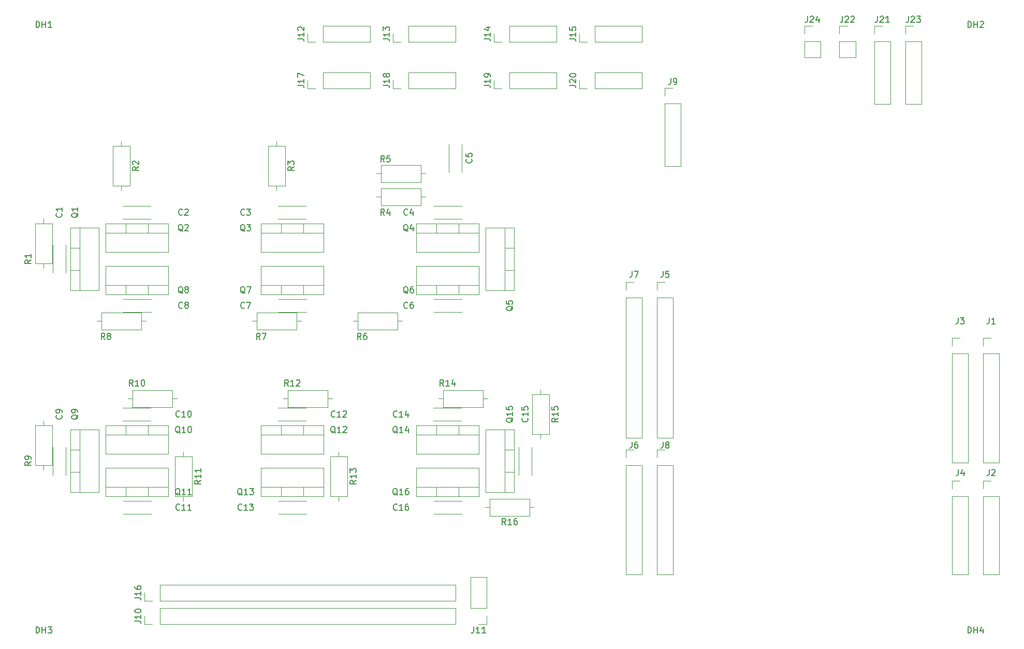
<source format=gbr>
%TF.GenerationSoftware,KiCad,Pcbnew,(5.1.6)-1*%
%TF.CreationDate,2020-09-23T00:55:53+02:00*%
%TF.ProjectId,ExtendedBoard,45787465-6e64-4656-9442-6f6172642e6b,rev?*%
%TF.SameCoordinates,Original*%
%TF.FileFunction,Legend,Top*%
%TF.FilePolarity,Positive*%
%FSLAX46Y46*%
G04 Gerber Fmt 4.6, Leading zero omitted, Abs format (unit mm)*
G04 Created by KiCad (PCBNEW (5.1.6)-1) date 2020-09-23 00:55:53*
%MOMM*%
%LPD*%
G01*
G04 APERTURE LIST*
%ADD10C,0.120000*%
%ADD11C,0.150000*%
G04 APERTURE END LIST*
D10*
%TO.C,Q5*%
X175990000Y-83780000D02*
X175990000Y-94020000D01*
X171349000Y-83780000D02*
X171349000Y-94020000D01*
X175990000Y-83780000D02*
X171349000Y-83780000D01*
X175990000Y-94020000D02*
X171349000Y-94020000D01*
X174480000Y-83780000D02*
X174480000Y-94020000D01*
X175990000Y-87050000D02*
X174480000Y-87050000D01*
X175990000Y-90751000D02*
X174480000Y-90751000D01*
%TO.C,R4*%
X154210000Y-77370000D02*
X154210000Y-80110000D01*
X154210000Y-80110000D02*
X160750000Y-80110000D01*
X160750000Y-80110000D02*
X160750000Y-77370000D01*
X160750000Y-77370000D02*
X154210000Y-77370000D01*
X153440000Y-78740000D02*
X154210000Y-78740000D01*
X161520000Y-78740000D02*
X160750000Y-78740000D01*
%TO.C,R6*%
X150400000Y-97690000D02*
X150400000Y-100430000D01*
X150400000Y-100430000D02*
X156940000Y-100430000D01*
X156940000Y-100430000D02*
X156940000Y-97690000D01*
X156940000Y-97690000D02*
X150400000Y-97690000D01*
X149630000Y-99060000D02*
X150400000Y-99060000D01*
X157710000Y-99060000D02*
X156940000Y-99060000D01*
%TO.C,C1*%
X102655000Y-86590000D02*
X102670000Y-86590000D01*
X100530000Y-86590000D02*
X100545000Y-86590000D01*
X102655000Y-91130000D02*
X102670000Y-91130000D01*
X100530000Y-91130000D02*
X100545000Y-91130000D01*
X102670000Y-91130000D02*
X102670000Y-86590000D01*
X100530000Y-91130000D02*
X100530000Y-86590000D01*
%TO.C,C2*%
X111990000Y-80210000D02*
X116530000Y-80210000D01*
X111990000Y-82350000D02*
X116530000Y-82350000D01*
X111990000Y-80210000D02*
X111990000Y-80225000D01*
X111990000Y-82335000D02*
X111990000Y-82350000D01*
X116530000Y-80210000D02*
X116530000Y-80225000D01*
X116530000Y-82335000D02*
X116530000Y-82350000D01*
%TO.C,C3*%
X137390000Y-80210000D02*
X141930000Y-80210000D01*
X137390000Y-82350000D02*
X141930000Y-82350000D01*
X137390000Y-80210000D02*
X137390000Y-80225000D01*
X137390000Y-82335000D02*
X137390000Y-82350000D01*
X141930000Y-80210000D02*
X141930000Y-80225000D01*
X141930000Y-82335000D02*
X141930000Y-82350000D01*
%TO.C,C4*%
X167410000Y-82335000D02*
X167410000Y-82350000D01*
X167410000Y-80210000D02*
X167410000Y-80225000D01*
X162870000Y-82335000D02*
X162870000Y-82350000D01*
X162870000Y-80210000D02*
X162870000Y-80225000D01*
X162870000Y-82350000D02*
X167410000Y-82350000D01*
X162870000Y-80210000D02*
X167410000Y-80210000D01*
%TO.C,C5*%
X167425000Y-70160000D02*
X167440000Y-70160000D01*
X165300000Y-70160000D02*
X165315000Y-70160000D01*
X167425000Y-74700000D02*
X167440000Y-74700000D01*
X165300000Y-74700000D02*
X165315000Y-74700000D01*
X167440000Y-74700000D02*
X167440000Y-70160000D01*
X165300000Y-74700000D02*
X165300000Y-70160000D01*
%TO.C,C6*%
X162870000Y-95465000D02*
X162870000Y-95450000D01*
X162870000Y-97590000D02*
X162870000Y-97575000D01*
X167410000Y-95465000D02*
X167410000Y-95450000D01*
X167410000Y-97590000D02*
X167410000Y-97575000D01*
X167410000Y-95450000D02*
X162870000Y-95450000D01*
X167410000Y-97590000D02*
X162870000Y-97590000D01*
%TO.C,C7*%
X142010000Y-97590000D02*
X137470000Y-97590000D01*
X142010000Y-95450000D02*
X137470000Y-95450000D01*
X142010000Y-97590000D02*
X142010000Y-97575000D01*
X142010000Y-95465000D02*
X142010000Y-95450000D01*
X137470000Y-97590000D02*
X137470000Y-97575000D01*
X137470000Y-95465000D02*
X137470000Y-95450000D01*
%TO.C,C8*%
X116610000Y-97590000D02*
X112070000Y-97590000D01*
X116610000Y-95450000D02*
X112070000Y-95450000D01*
X116610000Y-97590000D02*
X116610000Y-97575000D01*
X116610000Y-95465000D02*
X116610000Y-95450000D01*
X112070000Y-97590000D02*
X112070000Y-97575000D01*
X112070000Y-95465000D02*
X112070000Y-95450000D01*
%TO.C,C9*%
X100530000Y-124230000D02*
X100530000Y-119690000D01*
X102670000Y-124230000D02*
X102670000Y-119690000D01*
X100530000Y-124230000D02*
X100545000Y-124230000D01*
X102655000Y-124230000D02*
X102670000Y-124230000D01*
X100530000Y-119690000D02*
X100545000Y-119690000D01*
X102655000Y-119690000D02*
X102670000Y-119690000D01*
%TO.C,C10*%
X116530000Y-115355000D02*
X116530000Y-115370000D01*
X116530000Y-113230000D02*
X116530000Y-113245000D01*
X111990000Y-115355000D02*
X111990000Y-115370000D01*
X111990000Y-113230000D02*
X111990000Y-113245000D01*
X111990000Y-115370000D02*
X116530000Y-115370000D01*
X111990000Y-113230000D02*
X116530000Y-113230000D01*
%TO.C,C11*%
X112070000Y-128485000D02*
X112070000Y-128470000D01*
X112070000Y-130610000D02*
X112070000Y-130595000D01*
X116610000Y-128485000D02*
X116610000Y-128470000D01*
X116610000Y-130610000D02*
X116610000Y-130595000D01*
X116610000Y-128470000D02*
X112070000Y-128470000D01*
X116610000Y-130610000D02*
X112070000Y-130610000D01*
%TO.C,C12*%
X137390000Y-113230000D02*
X141930000Y-113230000D01*
X137390000Y-115370000D02*
X141930000Y-115370000D01*
X137390000Y-113230000D02*
X137390000Y-113245000D01*
X137390000Y-115355000D02*
X137390000Y-115370000D01*
X141930000Y-113230000D02*
X141930000Y-113245000D01*
X141930000Y-115355000D02*
X141930000Y-115370000D01*
%TO.C,C13*%
X142010000Y-130610000D02*
X137470000Y-130610000D01*
X142010000Y-128470000D02*
X137470000Y-128470000D01*
X142010000Y-130610000D02*
X142010000Y-130595000D01*
X142010000Y-128485000D02*
X142010000Y-128470000D01*
X137470000Y-130610000D02*
X137470000Y-130595000D01*
X137470000Y-128485000D02*
X137470000Y-128470000D01*
%TO.C,C14*%
X162790000Y-113230000D02*
X167330000Y-113230000D01*
X162790000Y-115370000D02*
X167330000Y-115370000D01*
X162790000Y-113230000D02*
X162790000Y-113245000D01*
X162790000Y-115355000D02*
X162790000Y-115370000D01*
X167330000Y-113230000D02*
X167330000Y-113245000D01*
X167330000Y-115355000D02*
X167330000Y-115370000D01*
%TO.C,C15*%
X176745000Y-124230000D02*
X176730000Y-124230000D01*
X178870000Y-124230000D02*
X178855000Y-124230000D01*
X176745000Y-119690000D02*
X176730000Y-119690000D01*
X178870000Y-119690000D02*
X178855000Y-119690000D01*
X176730000Y-119690000D02*
X176730000Y-124230000D01*
X178870000Y-119690000D02*
X178870000Y-124230000D01*
%TO.C,C16*%
X162870000Y-128485000D02*
X162870000Y-128470000D01*
X162870000Y-130610000D02*
X162870000Y-130595000D01*
X167410000Y-128485000D02*
X167410000Y-128470000D01*
X167410000Y-130610000D02*
X167410000Y-130595000D01*
X167410000Y-128470000D02*
X162870000Y-128470000D01*
X167410000Y-130610000D02*
X162870000Y-130610000D01*
%TO.C,J1*%
X252670000Y-122234000D02*
X255330000Y-122234000D01*
X252670000Y-104394000D02*
X252670000Y-122234000D01*
X255330000Y-104394000D02*
X255330000Y-122234000D01*
X252670000Y-104394000D02*
X255330000Y-104394000D01*
X252670000Y-103124000D02*
X252670000Y-101794000D01*
X252670000Y-101794000D02*
X254000000Y-101794000D01*
%TO.C,J2*%
X252670000Y-140522000D02*
X255330000Y-140522000D01*
X252670000Y-127762000D02*
X252670000Y-140522000D01*
X255330000Y-127762000D02*
X255330000Y-140522000D01*
X252670000Y-127762000D02*
X255330000Y-127762000D01*
X252670000Y-126492000D02*
X252670000Y-125162000D01*
X252670000Y-125162000D02*
X254000000Y-125162000D01*
%TO.C,J3*%
X247590000Y-101794000D02*
X248920000Y-101794000D01*
X247590000Y-103124000D02*
X247590000Y-101794000D01*
X247590000Y-104394000D02*
X250250000Y-104394000D01*
X250250000Y-104394000D02*
X250250000Y-122234000D01*
X247590000Y-104394000D02*
X247590000Y-122234000D01*
X247590000Y-122234000D02*
X250250000Y-122234000D01*
%TO.C,J4*%
X247590000Y-125162000D02*
X248920000Y-125162000D01*
X247590000Y-126492000D02*
X247590000Y-125162000D01*
X247590000Y-127762000D02*
X250250000Y-127762000D01*
X250250000Y-127762000D02*
X250250000Y-140522000D01*
X247590000Y-127762000D02*
X247590000Y-140522000D01*
X247590000Y-140522000D02*
X250250000Y-140522000D01*
%TO.C,J5*%
X199330000Y-118170000D02*
X201990000Y-118170000D01*
X199330000Y-95250000D02*
X199330000Y-118170000D01*
X201990000Y-95250000D02*
X201990000Y-118170000D01*
X199330000Y-95250000D02*
X201990000Y-95250000D01*
X199330000Y-93980000D02*
X199330000Y-92650000D01*
X199330000Y-92650000D02*
X200660000Y-92650000D01*
%TO.C,J6*%
X194250000Y-140522000D02*
X196910000Y-140522000D01*
X194250000Y-122682000D02*
X194250000Y-140522000D01*
X196910000Y-122682000D02*
X196910000Y-140522000D01*
X194250000Y-122682000D02*
X196910000Y-122682000D01*
X194250000Y-121412000D02*
X194250000Y-120082000D01*
X194250000Y-120082000D02*
X195580000Y-120082000D01*
%TO.C,J7*%
X194250000Y-92650000D02*
X195580000Y-92650000D01*
X194250000Y-93980000D02*
X194250000Y-92650000D01*
X194250000Y-95250000D02*
X196910000Y-95250000D01*
X196910000Y-95250000D02*
X196910000Y-118170000D01*
X194250000Y-95250000D02*
X194250000Y-118170000D01*
X194250000Y-118170000D02*
X196910000Y-118170000D01*
%TO.C,J8*%
X199330000Y-120082000D02*
X200660000Y-120082000D01*
X199330000Y-121412000D02*
X199330000Y-120082000D01*
X199330000Y-122682000D02*
X201990000Y-122682000D01*
X201990000Y-122682000D02*
X201990000Y-140522000D01*
X199330000Y-122682000D02*
X199330000Y-140522000D01*
X199330000Y-140522000D02*
X201990000Y-140522000D01*
%TO.C,J9*%
X200600000Y-60900000D02*
X201930000Y-60900000D01*
X200600000Y-62230000D02*
X200600000Y-60900000D01*
X200600000Y-63500000D02*
X203260000Y-63500000D01*
X203260000Y-63500000D02*
X203260000Y-73720000D01*
X200600000Y-63500000D02*
X200600000Y-73720000D01*
X200600000Y-73720000D02*
X203260000Y-73720000D01*
%TO.C,J10*%
X115510000Y-148650000D02*
X115510000Y-147320000D01*
X116840000Y-148650000D02*
X115510000Y-148650000D01*
X118110000Y-148650000D02*
X118110000Y-145990000D01*
X118110000Y-145990000D02*
X166430000Y-145990000D01*
X118110000Y-148650000D02*
X166430000Y-148650000D01*
X166430000Y-148650000D02*
X166430000Y-145990000D01*
%TO.C,J11*%
X171510000Y-148650000D02*
X170180000Y-148650000D01*
X171510000Y-147320000D02*
X171510000Y-148650000D01*
X171510000Y-146050000D02*
X168850000Y-146050000D01*
X168850000Y-146050000D02*
X168850000Y-140910000D01*
X171510000Y-146050000D02*
X171510000Y-140910000D01*
X171510000Y-140910000D02*
X168850000Y-140910000D01*
%TO.C,J12*%
X152460000Y-53400000D02*
X152460000Y-50740000D01*
X144780000Y-53400000D02*
X152460000Y-53400000D01*
X144780000Y-50740000D02*
X152460000Y-50740000D01*
X144780000Y-53400000D02*
X144780000Y-50740000D01*
X143510000Y-53400000D02*
X142180000Y-53400000D01*
X142180000Y-53400000D02*
X142180000Y-52070000D01*
%TO.C,J13*%
X156150000Y-53400000D02*
X156150000Y-52070000D01*
X157480000Y-53400000D02*
X156150000Y-53400000D01*
X158750000Y-53400000D02*
X158750000Y-50740000D01*
X158750000Y-50740000D02*
X166430000Y-50740000D01*
X158750000Y-53400000D02*
X166430000Y-53400000D01*
X166430000Y-53400000D02*
X166430000Y-50740000D01*
%TO.C,J14*%
X182940000Y-53400000D02*
X182940000Y-50740000D01*
X175260000Y-53400000D02*
X182940000Y-53400000D01*
X175260000Y-50740000D02*
X182940000Y-50740000D01*
X175260000Y-53400000D02*
X175260000Y-50740000D01*
X173990000Y-53400000D02*
X172660000Y-53400000D01*
X172660000Y-53400000D02*
X172660000Y-52070000D01*
%TO.C,J15*%
X186630000Y-53400000D02*
X186630000Y-52070000D01*
X187960000Y-53400000D02*
X186630000Y-53400000D01*
X189230000Y-53400000D02*
X189230000Y-50740000D01*
X189230000Y-50740000D02*
X196910000Y-50740000D01*
X189230000Y-53400000D02*
X196910000Y-53400000D01*
X196910000Y-53400000D02*
X196910000Y-50740000D01*
%TO.C,J16*%
X166430000Y-144840000D02*
X166430000Y-142180000D01*
X118110000Y-144840000D02*
X166430000Y-144840000D01*
X118110000Y-142180000D02*
X166430000Y-142180000D01*
X118110000Y-144840000D02*
X118110000Y-142180000D01*
X116840000Y-144840000D02*
X115510000Y-144840000D01*
X115510000Y-144840000D02*
X115510000Y-143510000D01*
%TO.C,J17*%
X142180000Y-61020000D02*
X142180000Y-59690000D01*
X143510000Y-61020000D02*
X142180000Y-61020000D01*
X144780000Y-61020000D02*
X144780000Y-58360000D01*
X144780000Y-58360000D02*
X152460000Y-58360000D01*
X144780000Y-61020000D02*
X152460000Y-61020000D01*
X152460000Y-61020000D02*
X152460000Y-58360000D01*
%TO.C,J18*%
X166430000Y-61020000D02*
X166430000Y-58360000D01*
X158750000Y-61020000D02*
X166430000Y-61020000D01*
X158750000Y-58360000D02*
X166430000Y-58360000D01*
X158750000Y-61020000D02*
X158750000Y-58360000D01*
X157480000Y-61020000D02*
X156150000Y-61020000D01*
X156150000Y-61020000D02*
X156150000Y-59690000D01*
%TO.C,J19*%
X182940000Y-61020000D02*
X182940000Y-58360000D01*
X175260000Y-61020000D02*
X182940000Y-61020000D01*
X175260000Y-58360000D02*
X182940000Y-58360000D01*
X175260000Y-61020000D02*
X175260000Y-58360000D01*
X173990000Y-61020000D02*
X172660000Y-61020000D01*
X172660000Y-61020000D02*
X172660000Y-59690000D01*
%TO.C,J20*%
X186630000Y-61020000D02*
X186630000Y-59690000D01*
X187960000Y-61020000D02*
X186630000Y-61020000D01*
X189230000Y-61020000D02*
X189230000Y-58360000D01*
X189230000Y-58360000D02*
X196910000Y-58360000D01*
X189230000Y-61020000D02*
X196910000Y-61020000D01*
X196910000Y-61020000D02*
X196910000Y-58360000D01*
%TO.C,Q1*%
X103410000Y-87049000D02*
X104920000Y-87049000D01*
X103410000Y-90750000D02*
X104920000Y-90750000D01*
X104920000Y-94020000D02*
X104920000Y-83780000D01*
X103410000Y-83780000D02*
X108051000Y-83780000D01*
X103410000Y-94020000D02*
X108051000Y-94020000D01*
X108051000Y-94020000D02*
X108051000Y-83780000D01*
X103410000Y-94020000D02*
X103410000Y-83780000D01*
%TO.C,Q2*%
X116151000Y-83090000D02*
X116151000Y-84600000D01*
X112450000Y-83090000D02*
X112450000Y-84600000D01*
X109180000Y-84600000D02*
X119420000Y-84600000D01*
X119420000Y-83090000D02*
X119420000Y-87731000D01*
X109180000Y-83090000D02*
X109180000Y-87731000D01*
X109180000Y-87731000D02*
X119420000Y-87731000D01*
X109180000Y-83090000D02*
X119420000Y-83090000D01*
%TO.C,Q3*%
X134580000Y-83090000D02*
X144820000Y-83090000D01*
X134580000Y-87731000D02*
X144820000Y-87731000D01*
X134580000Y-83090000D02*
X134580000Y-87731000D01*
X144820000Y-83090000D02*
X144820000Y-87731000D01*
X134580000Y-84600000D02*
X144820000Y-84600000D01*
X137850000Y-83090000D02*
X137850000Y-84600000D01*
X141551000Y-83090000D02*
X141551000Y-84600000D01*
%TO.C,Q4*%
X159980000Y-83090000D02*
X170220000Y-83090000D01*
X159980000Y-87731000D02*
X170220000Y-87731000D01*
X159980000Y-83090000D02*
X159980000Y-87731000D01*
X170220000Y-83090000D02*
X170220000Y-87731000D01*
X159980000Y-84600000D02*
X170220000Y-84600000D01*
X163250000Y-83090000D02*
X163250000Y-84600000D01*
X166951000Y-83090000D02*
X166951000Y-84600000D01*
%TO.C,Q6*%
X163249000Y-94710000D02*
X163249000Y-93200000D01*
X166950000Y-94710000D02*
X166950000Y-93200000D01*
X170220000Y-93200000D02*
X159980000Y-93200000D01*
X159980000Y-94710000D02*
X159980000Y-90069000D01*
X170220000Y-94710000D02*
X170220000Y-90069000D01*
X170220000Y-90069000D02*
X159980000Y-90069000D01*
X170220000Y-94710000D02*
X159980000Y-94710000D01*
%TO.C,Q7*%
X137849000Y-94710000D02*
X137849000Y-93200000D01*
X141550000Y-94710000D02*
X141550000Y-93200000D01*
X144820000Y-93200000D02*
X134580000Y-93200000D01*
X134580000Y-94710000D02*
X134580000Y-90069000D01*
X144820000Y-94710000D02*
X144820000Y-90069000D01*
X144820000Y-90069000D02*
X134580000Y-90069000D01*
X144820000Y-94710000D02*
X134580000Y-94710000D01*
%TO.C,Q8*%
X119420000Y-94710000D02*
X109180000Y-94710000D01*
X119420000Y-90069000D02*
X109180000Y-90069000D01*
X119420000Y-94710000D02*
X119420000Y-90069000D01*
X109180000Y-94710000D02*
X109180000Y-90069000D01*
X119420000Y-93200000D02*
X109180000Y-93200000D01*
X116150000Y-94710000D02*
X116150000Y-93200000D01*
X112449000Y-94710000D02*
X112449000Y-93200000D01*
%TO.C,Q9*%
X103410000Y-127040000D02*
X103410000Y-116800000D01*
X108051000Y-127040000D02*
X108051000Y-116800000D01*
X103410000Y-127040000D02*
X108051000Y-127040000D01*
X103410000Y-116800000D02*
X108051000Y-116800000D01*
X104920000Y-127040000D02*
X104920000Y-116800000D01*
X103410000Y-123770000D02*
X104920000Y-123770000D01*
X103410000Y-120069000D02*
X104920000Y-120069000D01*
%TO.C,Q10*%
X109180000Y-116110000D02*
X119420000Y-116110000D01*
X109180000Y-120751000D02*
X119420000Y-120751000D01*
X109180000Y-116110000D02*
X109180000Y-120751000D01*
X119420000Y-116110000D02*
X119420000Y-120751000D01*
X109180000Y-117620000D02*
X119420000Y-117620000D01*
X112450000Y-116110000D02*
X112450000Y-117620000D01*
X116151000Y-116110000D02*
X116151000Y-117620000D01*
%TO.C,Q11*%
X112449000Y-127730000D02*
X112449000Y-126220000D01*
X116150000Y-127730000D02*
X116150000Y-126220000D01*
X119420000Y-126220000D02*
X109180000Y-126220000D01*
X109180000Y-127730000D02*
X109180000Y-123089000D01*
X119420000Y-127730000D02*
X119420000Y-123089000D01*
X119420000Y-123089000D02*
X109180000Y-123089000D01*
X119420000Y-127730000D02*
X109180000Y-127730000D01*
%TO.C,Q12*%
X134580000Y-116110000D02*
X144820000Y-116110000D01*
X134580000Y-120751000D02*
X144820000Y-120751000D01*
X134580000Y-116110000D02*
X134580000Y-120751000D01*
X144820000Y-116110000D02*
X144820000Y-120751000D01*
X134580000Y-117620000D02*
X144820000Y-117620000D01*
X137850000Y-116110000D02*
X137850000Y-117620000D01*
X141551000Y-116110000D02*
X141551000Y-117620000D01*
%TO.C,Q13*%
X137849000Y-127730000D02*
X137849000Y-126220000D01*
X141550000Y-127730000D02*
X141550000Y-126220000D01*
X144820000Y-126220000D02*
X134580000Y-126220000D01*
X134580000Y-127730000D02*
X134580000Y-123089000D01*
X144820000Y-127730000D02*
X144820000Y-123089000D01*
X144820000Y-123089000D02*
X134580000Y-123089000D01*
X144820000Y-127730000D02*
X134580000Y-127730000D01*
%TO.C,Q14*%
X166951000Y-116110000D02*
X166951000Y-117620000D01*
X163250000Y-116110000D02*
X163250000Y-117620000D01*
X159980000Y-117620000D02*
X170220000Y-117620000D01*
X170220000Y-116110000D02*
X170220000Y-120751000D01*
X159980000Y-116110000D02*
X159980000Y-120751000D01*
X159980000Y-120751000D02*
X170220000Y-120751000D01*
X159980000Y-116110000D02*
X170220000Y-116110000D01*
%TO.C,Q15*%
X175990000Y-123771000D02*
X174480000Y-123771000D01*
X175990000Y-120070000D02*
X174480000Y-120070000D01*
X174480000Y-116800000D02*
X174480000Y-127040000D01*
X175990000Y-127040000D02*
X171349000Y-127040000D01*
X175990000Y-116800000D02*
X171349000Y-116800000D01*
X171349000Y-116800000D02*
X171349000Y-127040000D01*
X175990000Y-116800000D02*
X175990000Y-127040000D01*
%TO.C,Q16*%
X170220000Y-127730000D02*
X159980000Y-127730000D01*
X170220000Y-123089000D02*
X159980000Y-123089000D01*
X170220000Y-127730000D02*
X170220000Y-123089000D01*
X159980000Y-127730000D02*
X159980000Y-123089000D01*
X170220000Y-126220000D02*
X159980000Y-126220000D01*
X166950000Y-127730000D02*
X166950000Y-126220000D01*
X163249000Y-127730000D02*
X163249000Y-126220000D01*
%TO.C,R1*%
X99060000Y-90400000D02*
X99060000Y-89630000D01*
X99060000Y-82320000D02*
X99060000Y-83090000D01*
X100430000Y-89630000D02*
X100430000Y-83090000D01*
X97690000Y-89630000D02*
X100430000Y-89630000D01*
X97690000Y-83090000D02*
X97690000Y-89630000D01*
X100430000Y-83090000D02*
X97690000Y-83090000D01*
%TO.C,R2*%
X113130000Y-70390000D02*
X110390000Y-70390000D01*
X110390000Y-70390000D02*
X110390000Y-76930000D01*
X110390000Y-76930000D02*
X113130000Y-76930000D01*
X113130000Y-76930000D02*
X113130000Y-70390000D01*
X111760000Y-69620000D02*
X111760000Y-70390000D01*
X111760000Y-77700000D02*
X111760000Y-76930000D01*
%TO.C,R3*%
X137160000Y-77700000D02*
X137160000Y-76930000D01*
X137160000Y-69620000D02*
X137160000Y-70390000D01*
X138530000Y-76930000D02*
X138530000Y-70390000D01*
X135790000Y-76930000D02*
X138530000Y-76930000D01*
X135790000Y-70390000D02*
X135790000Y-76930000D01*
X138530000Y-70390000D02*
X135790000Y-70390000D01*
%TO.C,R5*%
X161520000Y-74930000D02*
X160750000Y-74930000D01*
X153440000Y-74930000D02*
X154210000Y-74930000D01*
X160750000Y-73560000D02*
X154210000Y-73560000D01*
X160750000Y-76300000D02*
X160750000Y-73560000D01*
X154210000Y-76300000D02*
X160750000Y-76300000D01*
X154210000Y-73560000D02*
X154210000Y-76300000D01*
%TO.C,R7*%
X141200000Y-99060000D02*
X140430000Y-99060000D01*
X133120000Y-99060000D02*
X133890000Y-99060000D01*
X140430000Y-97690000D02*
X133890000Y-97690000D01*
X140430000Y-100430000D02*
X140430000Y-97690000D01*
X133890000Y-100430000D02*
X140430000Y-100430000D01*
X133890000Y-97690000D02*
X133890000Y-100430000D01*
%TO.C,R8*%
X108490000Y-97690000D02*
X108490000Y-100430000D01*
X108490000Y-100430000D02*
X115030000Y-100430000D01*
X115030000Y-100430000D02*
X115030000Y-97690000D01*
X115030000Y-97690000D02*
X108490000Y-97690000D01*
X107720000Y-99060000D02*
X108490000Y-99060000D01*
X115800000Y-99060000D02*
X115030000Y-99060000D01*
%TO.C,R9*%
X100430000Y-116110000D02*
X97690000Y-116110000D01*
X97690000Y-116110000D02*
X97690000Y-122650000D01*
X97690000Y-122650000D02*
X100430000Y-122650000D01*
X100430000Y-122650000D02*
X100430000Y-116110000D01*
X99060000Y-115340000D02*
X99060000Y-116110000D01*
X99060000Y-123420000D02*
X99060000Y-122650000D01*
%TO.C,R10*%
X120110000Y-113130000D02*
X120110000Y-110390000D01*
X120110000Y-110390000D02*
X113570000Y-110390000D01*
X113570000Y-110390000D02*
X113570000Y-113130000D01*
X113570000Y-113130000D02*
X120110000Y-113130000D01*
X120880000Y-111760000D02*
X120110000Y-111760000D01*
X112800000Y-111760000D02*
X113570000Y-111760000D01*
%TO.C,R11*%
X121920000Y-128500000D02*
X121920000Y-127730000D01*
X121920000Y-120420000D02*
X121920000Y-121190000D01*
X123290000Y-127730000D02*
X123290000Y-121190000D01*
X120550000Y-127730000D02*
X123290000Y-127730000D01*
X120550000Y-121190000D02*
X120550000Y-127730000D01*
X123290000Y-121190000D02*
X120550000Y-121190000D01*
%TO.C,R12*%
X145510000Y-113130000D02*
X145510000Y-110390000D01*
X145510000Y-110390000D02*
X138970000Y-110390000D01*
X138970000Y-110390000D02*
X138970000Y-113130000D01*
X138970000Y-113130000D02*
X145510000Y-113130000D01*
X146280000Y-111760000D02*
X145510000Y-111760000D01*
X138200000Y-111760000D02*
X138970000Y-111760000D01*
%TO.C,R13*%
X147320000Y-128500000D02*
X147320000Y-127730000D01*
X147320000Y-120420000D02*
X147320000Y-121190000D01*
X148690000Y-127730000D02*
X148690000Y-121190000D01*
X145950000Y-127730000D02*
X148690000Y-127730000D01*
X145950000Y-121190000D02*
X145950000Y-127730000D01*
X148690000Y-121190000D02*
X145950000Y-121190000D01*
%TO.C,R14*%
X163600000Y-111760000D02*
X164370000Y-111760000D01*
X171680000Y-111760000D02*
X170910000Y-111760000D01*
X164370000Y-113130000D02*
X170910000Y-113130000D01*
X164370000Y-110390000D02*
X164370000Y-113130000D01*
X170910000Y-110390000D02*
X164370000Y-110390000D01*
X170910000Y-113130000D02*
X170910000Y-110390000D01*
%TO.C,R15*%
X180340000Y-118340000D02*
X180340000Y-117570000D01*
X180340000Y-110260000D02*
X180340000Y-111030000D01*
X181710000Y-117570000D02*
X181710000Y-111030000D01*
X178970000Y-117570000D02*
X181710000Y-117570000D01*
X178970000Y-111030000D02*
X178970000Y-117570000D01*
X181710000Y-111030000D02*
X178970000Y-111030000D01*
%TO.C,R16*%
X178530000Y-130910000D02*
X178530000Y-128170000D01*
X178530000Y-128170000D02*
X171990000Y-128170000D01*
X171990000Y-128170000D02*
X171990000Y-130910000D01*
X171990000Y-130910000D02*
X178530000Y-130910000D01*
X179300000Y-129540000D02*
X178530000Y-129540000D01*
X171220000Y-129540000D02*
X171990000Y-129540000D01*
%TO.C,J21*%
X234890000Y-50740000D02*
X236220000Y-50740000D01*
X234890000Y-52070000D02*
X234890000Y-50740000D01*
X234890000Y-53340000D02*
X237550000Y-53340000D01*
X237550000Y-53340000D02*
X237550000Y-63560000D01*
X234890000Y-53340000D02*
X234890000Y-63560000D01*
X234890000Y-63560000D02*
X237550000Y-63560000D01*
%TO.C,J22*%
X229175000Y-55940000D02*
X231835000Y-55940000D01*
X229175000Y-53340000D02*
X229175000Y-55940000D01*
X231835000Y-53340000D02*
X231835000Y-55940000D01*
X229175000Y-53340000D02*
X231835000Y-53340000D01*
X229175000Y-52070000D02*
X229175000Y-50740000D01*
X229175000Y-50740000D02*
X230505000Y-50740000D01*
%TO.C,J23*%
X239970000Y-63560000D02*
X242630000Y-63560000D01*
X239970000Y-53340000D02*
X239970000Y-63560000D01*
X242630000Y-53340000D02*
X242630000Y-63560000D01*
X239970000Y-53340000D02*
X242630000Y-53340000D01*
X239970000Y-52070000D02*
X239970000Y-50740000D01*
X239970000Y-50740000D02*
X241300000Y-50740000D01*
%TO.C,J24*%
X223460000Y-50740000D02*
X224790000Y-50740000D01*
X223460000Y-52070000D02*
X223460000Y-50740000D01*
X223460000Y-53340000D02*
X226120000Y-53340000D01*
X226120000Y-53340000D02*
X226120000Y-55940000D01*
X223460000Y-53340000D02*
X223460000Y-55940000D01*
X223460000Y-55940000D02*
X226120000Y-55940000D01*
%TO.C,DH4*%
D11*
X250198095Y-150092380D02*
X250198095Y-149092380D01*
X250436190Y-149092380D01*
X250579047Y-149140000D01*
X250674285Y-149235238D01*
X250721904Y-149330476D01*
X250769523Y-149520952D01*
X250769523Y-149663809D01*
X250721904Y-149854285D01*
X250674285Y-149949523D01*
X250579047Y-150044761D01*
X250436190Y-150092380D01*
X250198095Y-150092380D01*
X251198095Y-150092380D02*
X251198095Y-149092380D01*
X251198095Y-149568571D02*
X251769523Y-149568571D01*
X251769523Y-150092380D02*
X251769523Y-149092380D01*
X252674285Y-149425714D02*
X252674285Y-150092380D01*
X252436190Y-149044761D02*
X252198095Y-149759047D01*
X252817142Y-149759047D01*
%TO.C,DH3*%
X97798095Y-150092380D02*
X97798095Y-149092380D01*
X98036190Y-149092380D01*
X98179047Y-149140000D01*
X98274285Y-149235238D01*
X98321904Y-149330476D01*
X98369523Y-149520952D01*
X98369523Y-149663809D01*
X98321904Y-149854285D01*
X98274285Y-149949523D01*
X98179047Y-150044761D01*
X98036190Y-150092380D01*
X97798095Y-150092380D01*
X98798095Y-150092380D02*
X98798095Y-149092380D01*
X98798095Y-149568571D02*
X99369523Y-149568571D01*
X99369523Y-150092380D02*
X99369523Y-149092380D01*
X99750476Y-149092380D02*
X100369523Y-149092380D01*
X100036190Y-149473333D01*
X100179047Y-149473333D01*
X100274285Y-149520952D01*
X100321904Y-149568571D01*
X100369523Y-149663809D01*
X100369523Y-149901904D01*
X100321904Y-149997142D01*
X100274285Y-150044761D01*
X100179047Y-150092380D01*
X99893333Y-150092380D01*
X99798095Y-150044761D01*
X99750476Y-149997142D01*
%TO.C,DH1*%
X97798095Y-51032380D02*
X97798095Y-50032380D01*
X98036190Y-50032380D01*
X98179047Y-50080000D01*
X98274285Y-50175238D01*
X98321904Y-50270476D01*
X98369523Y-50460952D01*
X98369523Y-50603809D01*
X98321904Y-50794285D01*
X98274285Y-50889523D01*
X98179047Y-50984761D01*
X98036190Y-51032380D01*
X97798095Y-51032380D01*
X98798095Y-51032380D02*
X98798095Y-50032380D01*
X98798095Y-50508571D02*
X99369523Y-50508571D01*
X99369523Y-51032380D02*
X99369523Y-50032380D01*
X100369523Y-51032380D02*
X99798095Y-51032380D01*
X100083809Y-51032380D02*
X100083809Y-50032380D01*
X99988571Y-50175238D01*
X99893333Y-50270476D01*
X99798095Y-50318095D01*
%TO.C,DH2*%
X250198095Y-51032380D02*
X250198095Y-50032380D01*
X250436190Y-50032380D01*
X250579047Y-50080000D01*
X250674285Y-50175238D01*
X250721904Y-50270476D01*
X250769523Y-50460952D01*
X250769523Y-50603809D01*
X250721904Y-50794285D01*
X250674285Y-50889523D01*
X250579047Y-50984761D01*
X250436190Y-51032380D01*
X250198095Y-51032380D01*
X251198095Y-51032380D02*
X251198095Y-50032380D01*
X251198095Y-50508571D02*
X251769523Y-50508571D01*
X251769523Y-51032380D02*
X251769523Y-50032380D01*
X252198095Y-50127619D02*
X252245714Y-50080000D01*
X252340952Y-50032380D01*
X252579047Y-50032380D01*
X252674285Y-50080000D01*
X252721904Y-50127619D01*
X252769523Y-50222857D01*
X252769523Y-50318095D01*
X252721904Y-50460952D01*
X252150476Y-51032380D01*
X252769523Y-51032380D01*
%TO.C,Q5*%
X175807619Y-96615238D02*
X175760000Y-96710476D01*
X175664761Y-96805714D01*
X175521904Y-96948571D01*
X175474285Y-97043809D01*
X175474285Y-97139047D01*
X175712380Y-97091428D02*
X175664761Y-97186666D01*
X175569523Y-97281904D01*
X175379047Y-97329523D01*
X175045714Y-97329523D01*
X174855238Y-97281904D01*
X174760000Y-97186666D01*
X174712380Y-97091428D01*
X174712380Y-96900952D01*
X174760000Y-96805714D01*
X174855238Y-96710476D01*
X175045714Y-96662857D01*
X175379047Y-96662857D01*
X175569523Y-96710476D01*
X175664761Y-96805714D01*
X175712380Y-96900952D01*
X175712380Y-97091428D01*
X174712380Y-95758095D02*
X174712380Y-96234285D01*
X175188571Y-96281904D01*
X175140952Y-96234285D01*
X175093333Y-96139047D01*
X175093333Y-95900952D01*
X175140952Y-95805714D01*
X175188571Y-95758095D01*
X175283809Y-95710476D01*
X175521904Y-95710476D01*
X175617142Y-95758095D01*
X175664761Y-95805714D01*
X175712380Y-95900952D01*
X175712380Y-96139047D01*
X175664761Y-96234285D01*
X175617142Y-96281904D01*
%TO.C,R4*%
X154773333Y-81732380D02*
X154440000Y-81256190D01*
X154201904Y-81732380D02*
X154201904Y-80732380D01*
X154582857Y-80732380D01*
X154678095Y-80780000D01*
X154725714Y-80827619D01*
X154773333Y-80922857D01*
X154773333Y-81065714D01*
X154725714Y-81160952D01*
X154678095Y-81208571D01*
X154582857Y-81256190D01*
X154201904Y-81256190D01*
X155630476Y-81065714D02*
X155630476Y-81732380D01*
X155392380Y-80684761D02*
X155154285Y-81399047D01*
X155773333Y-81399047D01*
%TO.C,R6*%
X150963333Y-102052380D02*
X150630000Y-101576190D01*
X150391904Y-102052380D02*
X150391904Y-101052380D01*
X150772857Y-101052380D01*
X150868095Y-101100000D01*
X150915714Y-101147619D01*
X150963333Y-101242857D01*
X150963333Y-101385714D01*
X150915714Y-101480952D01*
X150868095Y-101528571D01*
X150772857Y-101576190D01*
X150391904Y-101576190D01*
X151820476Y-101052380D02*
X151630000Y-101052380D01*
X151534761Y-101100000D01*
X151487142Y-101147619D01*
X151391904Y-101290476D01*
X151344285Y-101480952D01*
X151344285Y-101861904D01*
X151391904Y-101957142D01*
X151439523Y-102004761D01*
X151534761Y-102052380D01*
X151725238Y-102052380D01*
X151820476Y-102004761D01*
X151868095Y-101957142D01*
X151915714Y-101861904D01*
X151915714Y-101623809D01*
X151868095Y-101528571D01*
X151820476Y-101480952D01*
X151725238Y-101433333D01*
X151534761Y-101433333D01*
X151439523Y-101480952D01*
X151391904Y-101528571D01*
X151344285Y-101623809D01*
%TO.C,C1*%
X101957142Y-81446666D02*
X102004761Y-81494285D01*
X102052380Y-81637142D01*
X102052380Y-81732380D01*
X102004761Y-81875238D01*
X101909523Y-81970476D01*
X101814285Y-82018095D01*
X101623809Y-82065714D01*
X101480952Y-82065714D01*
X101290476Y-82018095D01*
X101195238Y-81970476D01*
X101100000Y-81875238D01*
X101052380Y-81732380D01*
X101052380Y-81637142D01*
X101100000Y-81494285D01*
X101147619Y-81446666D01*
X102052380Y-80494285D02*
X102052380Y-81065714D01*
X102052380Y-80780000D02*
X101052380Y-80780000D01*
X101195238Y-80875238D01*
X101290476Y-80970476D01*
X101338095Y-81065714D01*
%TO.C,C2*%
X121753333Y-81637142D02*
X121705714Y-81684761D01*
X121562857Y-81732380D01*
X121467619Y-81732380D01*
X121324761Y-81684761D01*
X121229523Y-81589523D01*
X121181904Y-81494285D01*
X121134285Y-81303809D01*
X121134285Y-81160952D01*
X121181904Y-80970476D01*
X121229523Y-80875238D01*
X121324761Y-80780000D01*
X121467619Y-80732380D01*
X121562857Y-80732380D01*
X121705714Y-80780000D01*
X121753333Y-80827619D01*
X122134285Y-80827619D02*
X122181904Y-80780000D01*
X122277142Y-80732380D01*
X122515238Y-80732380D01*
X122610476Y-80780000D01*
X122658095Y-80827619D01*
X122705714Y-80922857D01*
X122705714Y-81018095D01*
X122658095Y-81160952D01*
X122086666Y-81732380D01*
X122705714Y-81732380D01*
%TO.C,C3*%
X131913333Y-81637142D02*
X131865714Y-81684761D01*
X131722857Y-81732380D01*
X131627619Y-81732380D01*
X131484761Y-81684761D01*
X131389523Y-81589523D01*
X131341904Y-81494285D01*
X131294285Y-81303809D01*
X131294285Y-81160952D01*
X131341904Y-80970476D01*
X131389523Y-80875238D01*
X131484761Y-80780000D01*
X131627619Y-80732380D01*
X131722857Y-80732380D01*
X131865714Y-80780000D01*
X131913333Y-80827619D01*
X132246666Y-80732380D02*
X132865714Y-80732380D01*
X132532380Y-81113333D01*
X132675238Y-81113333D01*
X132770476Y-81160952D01*
X132818095Y-81208571D01*
X132865714Y-81303809D01*
X132865714Y-81541904D01*
X132818095Y-81637142D01*
X132770476Y-81684761D01*
X132675238Y-81732380D01*
X132389523Y-81732380D01*
X132294285Y-81684761D01*
X132246666Y-81637142D01*
%TO.C,C4*%
X158583333Y-81637142D02*
X158535714Y-81684761D01*
X158392857Y-81732380D01*
X158297619Y-81732380D01*
X158154761Y-81684761D01*
X158059523Y-81589523D01*
X158011904Y-81494285D01*
X157964285Y-81303809D01*
X157964285Y-81160952D01*
X158011904Y-80970476D01*
X158059523Y-80875238D01*
X158154761Y-80780000D01*
X158297619Y-80732380D01*
X158392857Y-80732380D01*
X158535714Y-80780000D01*
X158583333Y-80827619D01*
X159440476Y-81065714D02*
X159440476Y-81732380D01*
X159202380Y-80684761D02*
X158964285Y-81399047D01*
X159583333Y-81399047D01*
%TO.C,C5*%
X169013142Y-72556666D02*
X169060761Y-72604285D01*
X169108380Y-72747142D01*
X169108380Y-72842380D01*
X169060761Y-72985238D01*
X168965523Y-73080476D01*
X168870285Y-73128095D01*
X168679809Y-73175714D01*
X168536952Y-73175714D01*
X168346476Y-73128095D01*
X168251238Y-73080476D01*
X168156000Y-72985238D01*
X168108380Y-72842380D01*
X168108380Y-72747142D01*
X168156000Y-72604285D01*
X168203619Y-72556666D01*
X168108380Y-71651904D02*
X168108380Y-72128095D01*
X168584571Y-72175714D01*
X168536952Y-72128095D01*
X168489333Y-72032857D01*
X168489333Y-71794761D01*
X168536952Y-71699523D01*
X168584571Y-71651904D01*
X168679809Y-71604285D01*
X168917904Y-71604285D01*
X169013142Y-71651904D01*
X169060761Y-71699523D01*
X169108380Y-71794761D01*
X169108380Y-72032857D01*
X169060761Y-72128095D01*
X169013142Y-72175714D01*
%TO.C,C6*%
X158583333Y-96877142D02*
X158535714Y-96924761D01*
X158392857Y-96972380D01*
X158297619Y-96972380D01*
X158154761Y-96924761D01*
X158059523Y-96829523D01*
X158011904Y-96734285D01*
X157964285Y-96543809D01*
X157964285Y-96400952D01*
X158011904Y-96210476D01*
X158059523Y-96115238D01*
X158154761Y-96020000D01*
X158297619Y-95972380D01*
X158392857Y-95972380D01*
X158535714Y-96020000D01*
X158583333Y-96067619D01*
X159440476Y-95972380D02*
X159250000Y-95972380D01*
X159154761Y-96020000D01*
X159107142Y-96067619D01*
X159011904Y-96210476D01*
X158964285Y-96400952D01*
X158964285Y-96781904D01*
X159011904Y-96877142D01*
X159059523Y-96924761D01*
X159154761Y-96972380D01*
X159345238Y-96972380D01*
X159440476Y-96924761D01*
X159488095Y-96877142D01*
X159535714Y-96781904D01*
X159535714Y-96543809D01*
X159488095Y-96448571D01*
X159440476Y-96400952D01*
X159345238Y-96353333D01*
X159154761Y-96353333D01*
X159059523Y-96400952D01*
X159011904Y-96448571D01*
X158964285Y-96543809D01*
%TO.C,C7*%
X131913333Y-96877142D02*
X131865714Y-96924761D01*
X131722857Y-96972380D01*
X131627619Y-96972380D01*
X131484761Y-96924761D01*
X131389523Y-96829523D01*
X131341904Y-96734285D01*
X131294285Y-96543809D01*
X131294285Y-96400952D01*
X131341904Y-96210476D01*
X131389523Y-96115238D01*
X131484761Y-96020000D01*
X131627619Y-95972380D01*
X131722857Y-95972380D01*
X131865714Y-96020000D01*
X131913333Y-96067619D01*
X132246666Y-95972380D02*
X132913333Y-95972380D01*
X132484761Y-96972380D01*
%TO.C,C8*%
X121753333Y-96877142D02*
X121705714Y-96924761D01*
X121562857Y-96972380D01*
X121467619Y-96972380D01*
X121324761Y-96924761D01*
X121229523Y-96829523D01*
X121181904Y-96734285D01*
X121134285Y-96543809D01*
X121134285Y-96400952D01*
X121181904Y-96210476D01*
X121229523Y-96115238D01*
X121324761Y-96020000D01*
X121467619Y-95972380D01*
X121562857Y-95972380D01*
X121705714Y-96020000D01*
X121753333Y-96067619D01*
X122324761Y-96400952D02*
X122229523Y-96353333D01*
X122181904Y-96305714D01*
X122134285Y-96210476D01*
X122134285Y-96162857D01*
X122181904Y-96067619D01*
X122229523Y-96020000D01*
X122324761Y-95972380D01*
X122515238Y-95972380D01*
X122610476Y-96020000D01*
X122658095Y-96067619D01*
X122705714Y-96162857D01*
X122705714Y-96210476D01*
X122658095Y-96305714D01*
X122610476Y-96353333D01*
X122515238Y-96400952D01*
X122324761Y-96400952D01*
X122229523Y-96448571D01*
X122181904Y-96496190D01*
X122134285Y-96591428D01*
X122134285Y-96781904D01*
X122181904Y-96877142D01*
X122229523Y-96924761D01*
X122324761Y-96972380D01*
X122515238Y-96972380D01*
X122610476Y-96924761D01*
X122658095Y-96877142D01*
X122705714Y-96781904D01*
X122705714Y-96591428D01*
X122658095Y-96496190D01*
X122610476Y-96448571D01*
X122515238Y-96400952D01*
%TO.C,C9*%
X101957142Y-114466666D02*
X102004761Y-114514285D01*
X102052380Y-114657142D01*
X102052380Y-114752380D01*
X102004761Y-114895238D01*
X101909523Y-114990476D01*
X101814285Y-115038095D01*
X101623809Y-115085714D01*
X101480952Y-115085714D01*
X101290476Y-115038095D01*
X101195238Y-114990476D01*
X101100000Y-114895238D01*
X101052380Y-114752380D01*
X101052380Y-114657142D01*
X101100000Y-114514285D01*
X101147619Y-114466666D01*
X102052380Y-113990476D02*
X102052380Y-113800000D01*
X102004761Y-113704761D01*
X101957142Y-113657142D01*
X101814285Y-113561904D01*
X101623809Y-113514285D01*
X101242857Y-113514285D01*
X101147619Y-113561904D01*
X101100000Y-113609523D01*
X101052380Y-113704761D01*
X101052380Y-113895238D01*
X101100000Y-113990476D01*
X101147619Y-114038095D01*
X101242857Y-114085714D01*
X101480952Y-114085714D01*
X101576190Y-114038095D01*
X101623809Y-113990476D01*
X101671428Y-113895238D01*
X101671428Y-113704761D01*
X101623809Y-113609523D01*
X101576190Y-113561904D01*
X101480952Y-113514285D01*
%TO.C,C10*%
X121277142Y-114657142D02*
X121229523Y-114704761D01*
X121086666Y-114752380D01*
X120991428Y-114752380D01*
X120848571Y-114704761D01*
X120753333Y-114609523D01*
X120705714Y-114514285D01*
X120658095Y-114323809D01*
X120658095Y-114180952D01*
X120705714Y-113990476D01*
X120753333Y-113895238D01*
X120848571Y-113800000D01*
X120991428Y-113752380D01*
X121086666Y-113752380D01*
X121229523Y-113800000D01*
X121277142Y-113847619D01*
X122229523Y-114752380D02*
X121658095Y-114752380D01*
X121943809Y-114752380D02*
X121943809Y-113752380D01*
X121848571Y-113895238D01*
X121753333Y-113990476D01*
X121658095Y-114038095D01*
X122848571Y-113752380D02*
X122943809Y-113752380D01*
X123039047Y-113800000D01*
X123086666Y-113847619D01*
X123134285Y-113942857D01*
X123181904Y-114133333D01*
X123181904Y-114371428D01*
X123134285Y-114561904D01*
X123086666Y-114657142D01*
X123039047Y-114704761D01*
X122943809Y-114752380D01*
X122848571Y-114752380D01*
X122753333Y-114704761D01*
X122705714Y-114657142D01*
X122658095Y-114561904D01*
X122610476Y-114371428D01*
X122610476Y-114133333D01*
X122658095Y-113942857D01*
X122705714Y-113847619D01*
X122753333Y-113800000D01*
X122848571Y-113752380D01*
%TO.C,C11*%
X121277142Y-129897142D02*
X121229523Y-129944761D01*
X121086666Y-129992380D01*
X120991428Y-129992380D01*
X120848571Y-129944761D01*
X120753333Y-129849523D01*
X120705714Y-129754285D01*
X120658095Y-129563809D01*
X120658095Y-129420952D01*
X120705714Y-129230476D01*
X120753333Y-129135238D01*
X120848571Y-129040000D01*
X120991428Y-128992380D01*
X121086666Y-128992380D01*
X121229523Y-129040000D01*
X121277142Y-129087619D01*
X122229523Y-129992380D02*
X121658095Y-129992380D01*
X121943809Y-129992380D02*
X121943809Y-128992380D01*
X121848571Y-129135238D01*
X121753333Y-129230476D01*
X121658095Y-129278095D01*
X123181904Y-129992380D02*
X122610476Y-129992380D01*
X122896190Y-129992380D02*
X122896190Y-128992380D01*
X122800952Y-129135238D01*
X122705714Y-129230476D01*
X122610476Y-129278095D01*
%TO.C,C12*%
X146677142Y-114657142D02*
X146629523Y-114704761D01*
X146486666Y-114752380D01*
X146391428Y-114752380D01*
X146248571Y-114704761D01*
X146153333Y-114609523D01*
X146105714Y-114514285D01*
X146058095Y-114323809D01*
X146058095Y-114180952D01*
X146105714Y-113990476D01*
X146153333Y-113895238D01*
X146248571Y-113800000D01*
X146391428Y-113752380D01*
X146486666Y-113752380D01*
X146629523Y-113800000D01*
X146677142Y-113847619D01*
X147629523Y-114752380D02*
X147058095Y-114752380D01*
X147343809Y-114752380D02*
X147343809Y-113752380D01*
X147248571Y-113895238D01*
X147153333Y-113990476D01*
X147058095Y-114038095D01*
X148010476Y-113847619D02*
X148058095Y-113800000D01*
X148153333Y-113752380D01*
X148391428Y-113752380D01*
X148486666Y-113800000D01*
X148534285Y-113847619D01*
X148581904Y-113942857D01*
X148581904Y-114038095D01*
X148534285Y-114180952D01*
X147962857Y-114752380D01*
X148581904Y-114752380D01*
%TO.C,C13*%
X131437142Y-129897142D02*
X131389523Y-129944761D01*
X131246666Y-129992380D01*
X131151428Y-129992380D01*
X131008571Y-129944761D01*
X130913333Y-129849523D01*
X130865714Y-129754285D01*
X130818095Y-129563809D01*
X130818095Y-129420952D01*
X130865714Y-129230476D01*
X130913333Y-129135238D01*
X131008571Y-129040000D01*
X131151428Y-128992380D01*
X131246666Y-128992380D01*
X131389523Y-129040000D01*
X131437142Y-129087619D01*
X132389523Y-129992380D02*
X131818095Y-129992380D01*
X132103809Y-129992380D02*
X132103809Y-128992380D01*
X132008571Y-129135238D01*
X131913333Y-129230476D01*
X131818095Y-129278095D01*
X132722857Y-128992380D02*
X133341904Y-128992380D01*
X133008571Y-129373333D01*
X133151428Y-129373333D01*
X133246666Y-129420952D01*
X133294285Y-129468571D01*
X133341904Y-129563809D01*
X133341904Y-129801904D01*
X133294285Y-129897142D01*
X133246666Y-129944761D01*
X133151428Y-129992380D01*
X132865714Y-129992380D01*
X132770476Y-129944761D01*
X132722857Y-129897142D01*
%TO.C,C14*%
X156837142Y-114657142D02*
X156789523Y-114704761D01*
X156646666Y-114752380D01*
X156551428Y-114752380D01*
X156408571Y-114704761D01*
X156313333Y-114609523D01*
X156265714Y-114514285D01*
X156218095Y-114323809D01*
X156218095Y-114180952D01*
X156265714Y-113990476D01*
X156313333Y-113895238D01*
X156408571Y-113800000D01*
X156551428Y-113752380D01*
X156646666Y-113752380D01*
X156789523Y-113800000D01*
X156837142Y-113847619D01*
X157789523Y-114752380D02*
X157218095Y-114752380D01*
X157503809Y-114752380D02*
X157503809Y-113752380D01*
X157408571Y-113895238D01*
X157313333Y-113990476D01*
X157218095Y-114038095D01*
X158646666Y-114085714D02*
X158646666Y-114752380D01*
X158408571Y-113704761D02*
X158170476Y-114419047D01*
X158789523Y-114419047D01*
%TO.C,C15*%
X178157142Y-114942857D02*
X178204761Y-114990476D01*
X178252380Y-115133333D01*
X178252380Y-115228571D01*
X178204761Y-115371428D01*
X178109523Y-115466666D01*
X178014285Y-115514285D01*
X177823809Y-115561904D01*
X177680952Y-115561904D01*
X177490476Y-115514285D01*
X177395238Y-115466666D01*
X177300000Y-115371428D01*
X177252380Y-115228571D01*
X177252380Y-115133333D01*
X177300000Y-114990476D01*
X177347619Y-114942857D01*
X178252380Y-113990476D02*
X178252380Y-114561904D01*
X178252380Y-114276190D02*
X177252380Y-114276190D01*
X177395238Y-114371428D01*
X177490476Y-114466666D01*
X177538095Y-114561904D01*
X177252380Y-113085714D02*
X177252380Y-113561904D01*
X177728571Y-113609523D01*
X177680952Y-113561904D01*
X177633333Y-113466666D01*
X177633333Y-113228571D01*
X177680952Y-113133333D01*
X177728571Y-113085714D01*
X177823809Y-113038095D01*
X178061904Y-113038095D01*
X178157142Y-113085714D01*
X178204761Y-113133333D01*
X178252380Y-113228571D01*
X178252380Y-113466666D01*
X178204761Y-113561904D01*
X178157142Y-113609523D01*
%TO.C,C16*%
X156837142Y-129897142D02*
X156789523Y-129944761D01*
X156646666Y-129992380D01*
X156551428Y-129992380D01*
X156408571Y-129944761D01*
X156313333Y-129849523D01*
X156265714Y-129754285D01*
X156218095Y-129563809D01*
X156218095Y-129420952D01*
X156265714Y-129230476D01*
X156313333Y-129135238D01*
X156408571Y-129040000D01*
X156551428Y-128992380D01*
X156646666Y-128992380D01*
X156789523Y-129040000D01*
X156837142Y-129087619D01*
X157789523Y-129992380D02*
X157218095Y-129992380D01*
X157503809Y-129992380D02*
X157503809Y-128992380D01*
X157408571Y-129135238D01*
X157313333Y-129230476D01*
X157218095Y-129278095D01*
X158646666Y-128992380D02*
X158456190Y-128992380D01*
X158360952Y-129040000D01*
X158313333Y-129087619D01*
X158218095Y-129230476D01*
X158170476Y-129420952D01*
X158170476Y-129801904D01*
X158218095Y-129897142D01*
X158265714Y-129944761D01*
X158360952Y-129992380D01*
X158551428Y-129992380D01*
X158646666Y-129944761D01*
X158694285Y-129897142D01*
X158741904Y-129801904D01*
X158741904Y-129563809D01*
X158694285Y-129468571D01*
X158646666Y-129420952D01*
X158551428Y-129373333D01*
X158360952Y-129373333D01*
X158265714Y-129420952D01*
X158218095Y-129468571D01*
X158170476Y-129563809D01*
%TO.C,J1*%
X253666666Y-98512380D02*
X253666666Y-99226666D01*
X253619047Y-99369523D01*
X253523809Y-99464761D01*
X253380952Y-99512380D01*
X253285714Y-99512380D01*
X254666666Y-99512380D02*
X254095238Y-99512380D01*
X254380952Y-99512380D02*
X254380952Y-98512380D01*
X254285714Y-98655238D01*
X254190476Y-98750476D01*
X254095238Y-98798095D01*
%TO.C,J2*%
X253666666Y-123340880D02*
X253666666Y-124055166D01*
X253619047Y-124198023D01*
X253523809Y-124293261D01*
X253380952Y-124340880D01*
X253285714Y-124340880D01*
X254095238Y-123436119D02*
X254142857Y-123388500D01*
X254238095Y-123340880D01*
X254476190Y-123340880D01*
X254571428Y-123388500D01*
X254619047Y-123436119D01*
X254666666Y-123531357D01*
X254666666Y-123626595D01*
X254619047Y-123769452D01*
X254047619Y-124340880D01*
X254666666Y-124340880D01*
%TO.C,J3*%
X248586666Y-98512380D02*
X248586666Y-99226666D01*
X248539047Y-99369523D01*
X248443809Y-99464761D01*
X248300952Y-99512380D01*
X248205714Y-99512380D01*
X248967619Y-98512380D02*
X249586666Y-98512380D01*
X249253333Y-98893333D01*
X249396190Y-98893333D01*
X249491428Y-98940952D01*
X249539047Y-98988571D01*
X249586666Y-99083809D01*
X249586666Y-99321904D01*
X249539047Y-99417142D01*
X249491428Y-99464761D01*
X249396190Y-99512380D01*
X249110476Y-99512380D01*
X249015238Y-99464761D01*
X248967619Y-99417142D01*
%TO.C,J4*%
X248650166Y-123340880D02*
X248650166Y-124055166D01*
X248602547Y-124198023D01*
X248507309Y-124293261D01*
X248364452Y-124340880D01*
X248269214Y-124340880D01*
X249554928Y-123674214D02*
X249554928Y-124340880D01*
X249316833Y-123293261D02*
X249078738Y-124007547D01*
X249697785Y-124007547D01*
%TO.C,J5*%
X200326666Y-90892380D02*
X200326666Y-91606666D01*
X200279047Y-91749523D01*
X200183809Y-91844761D01*
X200040952Y-91892380D01*
X199945714Y-91892380D01*
X201279047Y-90892380D02*
X200802857Y-90892380D01*
X200755238Y-91368571D01*
X200802857Y-91320952D01*
X200898095Y-91273333D01*
X201136190Y-91273333D01*
X201231428Y-91320952D01*
X201279047Y-91368571D01*
X201326666Y-91463809D01*
X201326666Y-91701904D01*
X201279047Y-91797142D01*
X201231428Y-91844761D01*
X201136190Y-91892380D01*
X200898095Y-91892380D01*
X200802857Y-91844761D01*
X200755238Y-91797142D01*
%TO.C,J6*%
X195246666Y-118832380D02*
X195246666Y-119546666D01*
X195199047Y-119689523D01*
X195103809Y-119784761D01*
X194960952Y-119832380D01*
X194865714Y-119832380D01*
X196151428Y-118832380D02*
X195960952Y-118832380D01*
X195865714Y-118880000D01*
X195818095Y-118927619D01*
X195722857Y-119070476D01*
X195675238Y-119260952D01*
X195675238Y-119641904D01*
X195722857Y-119737142D01*
X195770476Y-119784761D01*
X195865714Y-119832380D01*
X196056190Y-119832380D01*
X196151428Y-119784761D01*
X196199047Y-119737142D01*
X196246666Y-119641904D01*
X196246666Y-119403809D01*
X196199047Y-119308571D01*
X196151428Y-119260952D01*
X196056190Y-119213333D01*
X195865714Y-119213333D01*
X195770476Y-119260952D01*
X195722857Y-119308571D01*
X195675238Y-119403809D01*
%TO.C,J7*%
X195246666Y-90892380D02*
X195246666Y-91606666D01*
X195199047Y-91749523D01*
X195103809Y-91844761D01*
X194960952Y-91892380D01*
X194865714Y-91892380D01*
X195627619Y-90892380D02*
X196294285Y-90892380D01*
X195865714Y-91892380D01*
%TO.C,J8*%
X200326666Y-118832380D02*
X200326666Y-119546666D01*
X200279047Y-119689523D01*
X200183809Y-119784761D01*
X200040952Y-119832380D01*
X199945714Y-119832380D01*
X200945714Y-119260952D02*
X200850476Y-119213333D01*
X200802857Y-119165714D01*
X200755238Y-119070476D01*
X200755238Y-119022857D01*
X200802857Y-118927619D01*
X200850476Y-118880000D01*
X200945714Y-118832380D01*
X201136190Y-118832380D01*
X201231428Y-118880000D01*
X201279047Y-118927619D01*
X201326666Y-119022857D01*
X201326666Y-119070476D01*
X201279047Y-119165714D01*
X201231428Y-119213333D01*
X201136190Y-119260952D01*
X200945714Y-119260952D01*
X200850476Y-119308571D01*
X200802857Y-119356190D01*
X200755238Y-119451428D01*
X200755238Y-119641904D01*
X200802857Y-119737142D01*
X200850476Y-119784761D01*
X200945714Y-119832380D01*
X201136190Y-119832380D01*
X201231428Y-119784761D01*
X201279047Y-119737142D01*
X201326666Y-119641904D01*
X201326666Y-119451428D01*
X201279047Y-119356190D01*
X201231428Y-119308571D01*
X201136190Y-119260952D01*
%TO.C,J9*%
X201596666Y-59352380D02*
X201596666Y-60066666D01*
X201549047Y-60209523D01*
X201453809Y-60304761D01*
X201310952Y-60352380D01*
X201215714Y-60352380D01*
X202120476Y-60352380D02*
X202310952Y-60352380D01*
X202406190Y-60304761D01*
X202453809Y-60257142D01*
X202549047Y-60114285D01*
X202596666Y-59923809D01*
X202596666Y-59542857D01*
X202549047Y-59447619D01*
X202501428Y-59400000D01*
X202406190Y-59352380D01*
X202215714Y-59352380D01*
X202120476Y-59400000D01*
X202072857Y-59447619D01*
X202025238Y-59542857D01*
X202025238Y-59780952D01*
X202072857Y-59876190D01*
X202120476Y-59923809D01*
X202215714Y-59971428D01*
X202406190Y-59971428D01*
X202501428Y-59923809D01*
X202549047Y-59876190D01*
X202596666Y-59780952D01*
%TO.C,J10*%
X113962380Y-148129523D02*
X114676666Y-148129523D01*
X114819523Y-148177142D01*
X114914761Y-148272380D01*
X114962380Y-148415238D01*
X114962380Y-148510476D01*
X114962380Y-147129523D02*
X114962380Y-147700952D01*
X114962380Y-147415238D02*
X113962380Y-147415238D01*
X114105238Y-147510476D01*
X114200476Y-147605714D01*
X114248095Y-147700952D01*
X113962380Y-146510476D02*
X113962380Y-146415238D01*
X114010000Y-146320000D01*
X114057619Y-146272380D01*
X114152857Y-146224761D01*
X114343333Y-146177142D01*
X114581428Y-146177142D01*
X114771904Y-146224761D01*
X114867142Y-146272380D01*
X114914761Y-146320000D01*
X114962380Y-146415238D01*
X114962380Y-146510476D01*
X114914761Y-146605714D01*
X114867142Y-146653333D01*
X114771904Y-146700952D01*
X114581428Y-146748571D01*
X114343333Y-146748571D01*
X114152857Y-146700952D01*
X114057619Y-146653333D01*
X114010000Y-146605714D01*
X113962380Y-146510476D01*
%TO.C,J11*%
X169370476Y-149102380D02*
X169370476Y-149816666D01*
X169322857Y-149959523D01*
X169227619Y-150054761D01*
X169084761Y-150102380D01*
X168989523Y-150102380D01*
X170370476Y-150102380D02*
X169799047Y-150102380D01*
X170084761Y-150102380D02*
X170084761Y-149102380D01*
X169989523Y-149245238D01*
X169894285Y-149340476D01*
X169799047Y-149388095D01*
X171322857Y-150102380D02*
X170751428Y-150102380D01*
X171037142Y-150102380D02*
X171037142Y-149102380D01*
X170941904Y-149245238D01*
X170846666Y-149340476D01*
X170751428Y-149388095D01*
%TO.C,J12*%
X140632380Y-52879523D02*
X141346666Y-52879523D01*
X141489523Y-52927142D01*
X141584761Y-53022380D01*
X141632380Y-53165238D01*
X141632380Y-53260476D01*
X141632380Y-51879523D02*
X141632380Y-52450952D01*
X141632380Y-52165238D02*
X140632380Y-52165238D01*
X140775238Y-52260476D01*
X140870476Y-52355714D01*
X140918095Y-52450952D01*
X140727619Y-51498571D02*
X140680000Y-51450952D01*
X140632380Y-51355714D01*
X140632380Y-51117619D01*
X140680000Y-51022380D01*
X140727619Y-50974761D01*
X140822857Y-50927142D01*
X140918095Y-50927142D01*
X141060952Y-50974761D01*
X141632380Y-51546190D01*
X141632380Y-50927142D01*
%TO.C,J13*%
X154602380Y-52879523D02*
X155316666Y-52879523D01*
X155459523Y-52927142D01*
X155554761Y-53022380D01*
X155602380Y-53165238D01*
X155602380Y-53260476D01*
X155602380Y-51879523D02*
X155602380Y-52450952D01*
X155602380Y-52165238D02*
X154602380Y-52165238D01*
X154745238Y-52260476D01*
X154840476Y-52355714D01*
X154888095Y-52450952D01*
X154602380Y-51546190D02*
X154602380Y-50927142D01*
X154983333Y-51260476D01*
X154983333Y-51117619D01*
X155030952Y-51022380D01*
X155078571Y-50974761D01*
X155173809Y-50927142D01*
X155411904Y-50927142D01*
X155507142Y-50974761D01*
X155554761Y-51022380D01*
X155602380Y-51117619D01*
X155602380Y-51403333D01*
X155554761Y-51498571D01*
X155507142Y-51546190D01*
%TO.C,J14*%
X171112380Y-52879523D02*
X171826666Y-52879523D01*
X171969523Y-52927142D01*
X172064761Y-53022380D01*
X172112380Y-53165238D01*
X172112380Y-53260476D01*
X172112380Y-51879523D02*
X172112380Y-52450952D01*
X172112380Y-52165238D02*
X171112380Y-52165238D01*
X171255238Y-52260476D01*
X171350476Y-52355714D01*
X171398095Y-52450952D01*
X171445714Y-51022380D02*
X172112380Y-51022380D01*
X171064761Y-51260476D02*
X171779047Y-51498571D01*
X171779047Y-50879523D01*
%TO.C,J15*%
X185082380Y-52879523D02*
X185796666Y-52879523D01*
X185939523Y-52927142D01*
X186034761Y-53022380D01*
X186082380Y-53165238D01*
X186082380Y-53260476D01*
X186082380Y-51879523D02*
X186082380Y-52450952D01*
X186082380Y-52165238D02*
X185082380Y-52165238D01*
X185225238Y-52260476D01*
X185320476Y-52355714D01*
X185368095Y-52450952D01*
X185082380Y-50974761D02*
X185082380Y-51450952D01*
X185558571Y-51498571D01*
X185510952Y-51450952D01*
X185463333Y-51355714D01*
X185463333Y-51117619D01*
X185510952Y-51022380D01*
X185558571Y-50974761D01*
X185653809Y-50927142D01*
X185891904Y-50927142D01*
X185987142Y-50974761D01*
X186034761Y-51022380D01*
X186082380Y-51117619D01*
X186082380Y-51355714D01*
X186034761Y-51450952D01*
X185987142Y-51498571D01*
%TO.C,J16*%
X113962380Y-144319523D02*
X114676666Y-144319523D01*
X114819523Y-144367142D01*
X114914761Y-144462380D01*
X114962380Y-144605238D01*
X114962380Y-144700476D01*
X114962380Y-143319523D02*
X114962380Y-143890952D01*
X114962380Y-143605238D02*
X113962380Y-143605238D01*
X114105238Y-143700476D01*
X114200476Y-143795714D01*
X114248095Y-143890952D01*
X113962380Y-142462380D02*
X113962380Y-142652857D01*
X114010000Y-142748095D01*
X114057619Y-142795714D01*
X114200476Y-142890952D01*
X114390952Y-142938571D01*
X114771904Y-142938571D01*
X114867142Y-142890952D01*
X114914761Y-142843333D01*
X114962380Y-142748095D01*
X114962380Y-142557619D01*
X114914761Y-142462380D01*
X114867142Y-142414761D01*
X114771904Y-142367142D01*
X114533809Y-142367142D01*
X114438571Y-142414761D01*
X114390952Y-142462380D01*
X114343333Y-142557619D01*
X114343333Y-142748095D01*
X114390952Y-142843333D01*
X114438571Y-142890952D01*
X114533809Y-142938571D01*
%TO.C,J17*%
X140632380Y-60499523D02*
X141346666Y-60499523D01*
X141489523Y-60547142D01*
X141584761Y-60642380D01*
X141632380Y-60785238D01*
X141632380Y-60880476D01*
X141632380Y-59499523D02*
X141632380Y-60070952D01*
X141632380Y-59785238D02*
X140632380Y-59785238D01*
X140775238Y-59880476D01*
X140870476Y-59975714D01*
X140918095Y-60070952D01*
X140632380Y-59166190D02*
X140632380Y-58499523D01*
X141632380Y-58928095D01*
%TO.C,J18*%
X154602380Y-60499523D02*
X155316666Y-60499523D01*
X155459523Y-60547142D01*
X155554761Y-60642380D01*
X155602380Y-60785238D01*
X155602380Y-60880476D01*
X155602380Y-59499523D02*
X155602380Y-60070952D01*
X155602380Y-59785238D02*
X154602380Y-59785238D01*
X154745238Y-59880476D01*
X154840476Y-59975714D01*
X154888095Y-60070952D01*
X155030952Y-58928095D02*
X154983333Y-59023333D01*
X154935714Y-59070952D01*
X154840476Y-59118571D01*
X154792857Y-59118571D01*
X154697619Y-59070952D01*
X154650000Y-59023333D01*
X154602380Y-58928095D01*
X154602380Y-58737619D01*
X154650000Y-58642380D01*
X154697619Y-58594761D01*
X154792857Y-58547142D01*
X154840476Y-58547142D01*
X154935714Y-58594761D01*
X154983333Y-58642380D01*
X155030952Y-58737619D01*
X155030952Y-58928095D01*
X155078571Y-59023333D01*
X155126190Y-59070952D01*
X155221428Y-59118571D01*
X155411904Y-59118571D01*
X155507142Y-59070952D01*
X155554761Y-59023333D01*
X155602380Y-58928095D01*
X155602380Y-58737619D01*
X155554761Y-58642380D01*
X155507142Y-58594761D01*
X155411904Y-58547142D01*
X155221428Y-58547142D01*
X155126190Y-58594761D01*
X155078571Y-58642380D01*
X155030952Y-58737619D01*
%TO.C,J19*%
X171112380Y-60499523D02*
X171826666Y-60499523D01*
X171969523Y-60547142D01*
X172064761Y-60642380D01*
X172112380Y-60785238D01*
X172112380Y-60880476D01*
X172112380Y-59499523D02*
X172112380Y-60070952D01*
X172112380Y-59785238D02*
X171112380Y-59785238D01*
X171255238Y-59880476D01*
X171350476Y-59975714D01*
X171398095Y-60070952D01*
X172112380Y-59023333D02*
X172112380Y-58832857D01*
X172064761Y-58737619D01*
X172017142Y-58690000D01*
X171874285Y-58594761D01*
X171683809Y-58547142D01*
X171302857Y-58547142D01*
X171207619Y-58594761D01*
X171160000Y-58642380D01*
X171112380Y-58737619D01*
X171112380Y-58928095D01*
X171160000Y-59023333D01*
X171207619Y-59070952D01*
X171302857Y-59118571D01*
X171540952Y-59118571D01*
X171636190Y-59070952D01*
X171683809Y-59023333D01*
X171731428Y-58928095D01*
X171731428Y-58737619D01*
X171683809Y-58642380D01*
X171636190Y-58594761D01*
X171540952Y-58547142D01*
%TO.C,J20*%
X185082380Y-60499523D02*
X185796666Y-60499523D01*
X185939523Y-60547142D01*
X186034761Y-60642380D01*
X186082380Y-60785238D01*
X186082380Y-60880476D01*
X185177619Y-60070952D02*
X185130000Y-60023333D01*
X185082380Y-59928095D01*
X185082380Y-59690000D01*
X185130000Y-59594761D01*
X185177619Y-59547142D01*
X185272857Y-59499523D01*
X185368095Y-59499523D01*
X185510952Y-59547142D01*
X186082380Y-60118571D01*
X186082380Y-59499523D01*
X185082380Y-58880476D02*
X185082380Y-58785238D01*
X185130000Y-58690000D01*
X185177619Y-58642380D01*
X185272857Y-58594761D01*
X185463333Y-58547142D01*
X185701428Y-58547142D01*
X185891904Y-58594761D01*
X185987142Y-58642380D01*
X186034761Y-58690000D01*
X186082380Y-58785238D01*
X186082380Y-58880476D01*
X186034761Y-58975714D01*
X185987142Y-59023333D01*
X185891904Y-59070952D01*
X185701428Y-59118571D01*
X185463333Y-59118571D01*
X185272857Y-59070952D01*
X185177619Y-59023333D01*
X185130000Y-58975714D01*
X185082380Y-58880476D01*
%TO.C,Q1*%
X104687619Y-81375238D02*
X104640000Y-81470476D01*
X104544761Y-81565714D01*
X104401904Y-81708571D01*
X104354285Y-81803809D01*
X104354285Y-81899047D01*
X104592380Y-81851428D02*
X104544761Y-81946666D01*
X104449523Y-82041904D01*
X104259047Y-82089523D01*
X103925714Y-82089523D01*
X103735238Y-82041904D01*
X103640000Y-81946666D01*
X103592380Y-81851428D01*
X103592380Y-81660952D01*
X103640000Y-81565714D01*
X103735238Y-81470476D01*
X103925714Y-81422857D01*
X104259047Y-81422857D01*
X104449523Y-81470476D01*
X104544761Y-81565714D01*
X104592380Y-81660952D01*
X104592380Y-81851428D01*
X104592380Y-80470476D02*
X104592380Y-81041904D01*
X104592380Y-80756190D02*
X103592380Y-80756190D01*
X103735238Y-80851428D01*
X103830476Y-80946666D01*
X103878095Y-81041904D01*
%TO.C,Q2*%
X121824761Y-84367619D02*
X121729523Y-84320000D01*
X121634285Y-84224761D01*
X121491428Y-84081904D01*
X121396190Y-84034285D01*
X121300952Y-84034285D01*
X121348571Y-84272380D02*
X121253333Y-84224761D01*
X121158095Y-84129523D01*
X121110476Y-83939047D01*
X121110476Y-83605714D01*
X121158095Y-83415238D01*
X121253333Y-83320000D01*
X121348571Y-83272380D01*
X121539047Y-83272380D01*
X121634285Y-83320000D01*
X121729523Y-83415238D01*
X121777142Y-83605714D01*
X121777142Y-83939047D01*
X121729523Y-84129523D01*
X121634285Y-84224761D01*
X121539047Y-84272380D01*
X121348571Y-84272380D01*
X122158095Y-83367619D02*
X122205714Y-83320000D01*
X122300952Y-83272380D01*
X122539047Y-83272380D01*
X122634285Y-83320000D01*
X122681904Y-83367619D01*
X122729523Y-83462857D01*
X122729523Y-83558095D01*
X122681904Y-83700952D01*
X122110476Y-84272380D01*
X122729523Y-84272380D01*
%TO.C,Q3*%
X131984761Y-84367619D02*
X131889523Y-84320000D01*
X131794285Y-84224761D01*
X131651428Y-84081904D01*
X131556190Y-84034285D01*
X131460952Y-84034285D01*
X131508571Y-84272380D02*
X131413333Y-84224761D01*
X131318095Y-84129523D01*
X131270476Y-83939047D01*
X131270476Y-83605714D01*
X131318095Y-83415238D01*
X131413333Y-83320000D01*
X131508571Y-83272380D01*
X131699047Y-83272380D01*
X131794285Y-83320000D01*
X131889523Y-83415238D01*
X131937142Y-83605714D01*
X131937142Y-83939047D01*
X131889523Y-84129523D01*
X131794285Y-84224761D01*
X131699047Y-84272380D01*
X131508571Y-84272380D01*
X132270476Y-83272380D02*
X132889523Y-83272380D01*
X132556190Y-83653333D01*
X132699047Y-83653333D01*
X132794285Y-83700952D01*
X132841904Y-83748571D01*
X132889523Y-83843809D01*
X132889523Y-84081904D01*
X132841904Y-84177142D01*
X132794285Y-84224761D01*
X132699047Y-84272380D01*
X132413333Y-84272380D01*
X132318095Y-84224761D01*
X132270476Y-84177142D01*
%TO.C,Q4*%
X158654761Y-84367619D02*
X158559523Y-84320000D01*
X158464285Y-84224761D01*
X158321428Y-84081904D01*
X158226190Y-84034285D01*
X158130952Y-84034285D01*
X158178571Y-84272380D02*
X158083333Y-84224761D01*
X157988095Y-84129523D01*
X157940476Y-83939047D01*
X157940476Y-83605714D01*
X157988095Y-83415238D01*
X158083333Y-83320000D01*
X158178571Y-83272380D01*
X158369047Y-83272380D01*
X158464285Y-83320000D01*
X158559523Y-83415238D01*
X158607142Y-83605714D01*
X158607142Y-83939047D01*
X158559523Y-84129523D01*
X158464285Y-84224761D01*
X158369047Y-84272380D01*
X158178571Y-84272380D01*
X159464285Y-83605714D02*
X159464285Y-84272380D01*
X159226190Y-83224761D02*
X158988095Y-83939047D01*
X159607142Y-83939047D01*
%TO.C,Q6*%
X158654761Y-94527619D02*
X158559523Y-94480000D01*
X158464285Y-94384761D01*
X158321428Y-94241904D01*
X158226190Y-94194285D01*
X158130952Y-94194285D01*
X158178571Y-94432380D02*
X158083333Y-94384761D01*
X157988095Y-94289523D01*
X157940476Y-94099047D01*
X157940476Y-93765714D01*
X157988095Y-93575238D01*
X158083333Y-93480000D01*
X158178571Y-93432380D01*
X158369047Y-93432380D01*
X158464285Y-93480000D01*
X158559523Y-93575238D01*
X158607142Y-93765714D01*
X158607142Y-94099047D01*
X158559523Y-94289523D01*
X158464285Y-94384761D01*
X158369047Y-94432380D01*
X158178571Y-94432380D01*
X159464285Y-93432380D02*
X159273809Y-93432380D01*
X159178571Y-93480000D01*
X159130952Y-93527619D01*
X159035714Y-93670476D01*
X158988095Y-93860952D01*
X158988095Y-94241904D01*
X159035714Y-94337142D01*
X159083333Y-94384761D01*
X159178571Y-94432380D01*
X159369047Y-94432380D01*
X159464285Y-94384761D01*
X159511904Y-94337142D01*
X159559523Y-94241904D01*
X159559523Y-94003809D01*
X159511904Y-93908571D01*
X159464285Y-93860952D01*
X159369047Y-93813333D01*
X159178571Y-93813333D01*
X159083333Y-93860952D01*
X159035714Y-93908571D01*
X158988095Y-94003809D01*
%TO.C,Q7*%
X131984761Y-94527619D02*
X131889523Y-94480000D01*
X131794285Y-94384761D01*
X131651428Y-94241904D01*
X131556190Y-94194285D01*
X131460952Y-94194285D01*
X131508571Y-94432380D02*
X131413333Y-94384761D01*
X131318095Y-94289523D01*
X131270476Y-94099047D01*
X131270476Y-93765714D01*
X131318095Y-93575238D01*
X131413333Y-93480000D01*
X131508571Y-93432380D01*
X131699047Y-93432380D01*
X131794285Y-93480000D01*
X131889523Y-93575238D01*
X131937142Y-93765714D01*
X131937142Y-94099047D01*
X131889523Y-94289523D01*
X131794285Y-94384761D01*
X131699047Y-94432380D01*
X131508571Y-94432380D01*
X132270476Y-93432380D02*
X132937142Y-93432380D01*
X132508571Y-94432380D01*
%TO.C,Q8*%
X121824761Y-94527619D02*
X121729523Y-94480000D01*
X121634285Y-94384761D01*
X121491428Y-94241904D01*
X121396190Y-94194285D01*
X121300952Y-94194285D01*
X121348571Y-94432380D02*
X121253333Y-94384761D01*
X121158095Y-94289523D01*
X121110476Y-94099047D01*
X121110476Y-93765714D01*
X121158095Y-93575238D01*
X121253333Y-93480000D01*
X121348571Y-93432380D01*
X121539047Y-93432380D01*
X121634285Y-93480000D01*
X121729523Y-93575238D01*
X121777142Y-93765714D01*
X121777142Y-94099047D01*
X121729523Y-94289523D01*
X121634285Y-94384761D01*
X121539047Y-94432380D01*
X121348571Y-94432380D01*
X122348571Y-93860952D02*
X122253333Y-93813333D01*
X122205714Y-93765714D01*
X122158095Y-93670476D01*
X122158095Y-93622857D01*
X122205714Y-93527619D01*
X122253333Y-93480000D01*
X122348571Y-93432380D01*
X122539047Y-93432380D01*
X122634285Y-93480000D01*
X122681904Y-93527619D01*
X122729523Y-93622857D01*
X122729523Y-93670476D01*
X122681904Y-93765714D01*
X122634285Y-93813333D01*
X122539047Y-93860952D01*
X122348571Y-93860952D01*
X122253333Y-93908571D01*
X122205714Y-93956190D01*
X122158095Y-94051428D01*
X122158095Y-94241904D01*
X122205714Y-94337142D01*
X122253333Y-94384761D01*
X122348571Y-94432380D01*
X122539047Y-94432380D01*
X122634285Y-94384761D01*
X122681904Y-94337142D01*
X122729523Y-94241904D01*
X122729523Y-94051428D01*
X122681904Y-93956190D01*
X122634285Y-93908571D01*
X122539047Y-93860952D01*
%TO.C,Q9*%
X104687619Y-114395238D02*
X104640000Y-114490476D01*
X104544761Y-114585714D01*
X104401904Y-114728571D01*
X104354285Y-114823809D01*
X104354285Y-114919047D01*
X104592380Y-114871428D02*
X104544761Y-114966666D01*
X104449523Y-115061904D01*
X104259047Y-115109523D01*
X103925714Y-115109523D01*
X103735238Y-115061904D01*
X103640000Y-114966666D01*
X103592380Y-114871428D01*
X103592380Y-114680952D01*
X103640000Y-114585714D01*
X103735238Y-114490476D01*
X103925714Y-114442857D01*
X104259047Y-114442857D01*
X104449523Y-114490476D01*
X104544761Y-114585714D01*
X104592380Y-114680952D01*
X104592380Y-114871428D01*
X104592380Y-113966666D02*
X104592380Y-113776190D01*
X104544761Y-113680952D01*
X104497142Y-113633333D01*
X104354285Y-113538095D01*
X104163809Y-113490476D01*
X103782857Y-113490476D01*
X103687619Y-113538095D01*
X103640000Y-113585714D01*
X103592380Y-113680952D01*
X103592380Y-113871428D01*
X103640000Y-113966666D01*
X103687619Y-114014285D01*
X103782857Y-114061904D01*
X104020952Y-114061904D01*
X104116190Y-114014285D01*
X104163809Y-113966666D01*
X104211428Y-113871428D01*
X104211428Y-113680952D01*
X104163809Y-113585714D01*
X104116190Y-113538095D01*
X104020952Y-113490476D01*
%TO.C,Q10*%
X121348571Y-117387619D02*
X121253333Y-117340000D01*
X121158095Y-117244761D01*
X121015238Y-117101904D01*
X120920000Y-117054285D01*
X120824761Y-117054285D01*
X120872380Y-117292380D02*
X120777142Y-117244761D01*
X120681904Y-117149523D01*
X120634285Y-116959047D01*
X120634285Y-116625714D01*
X120681904Y-116435238D01*
X120777142Y-116340000D01*
X120872380Y-116292380D01*
X121062857Y-116292380D01*
X121158095Y-116340000D01*
X121253333Y-116435238D01*
X121300952Y-116625714D01*
X121300952Y-116959047D01*
X121253333Y-117149523D01*
X121158095Y-117244761D01*
X121062857Y-117292380D01*
X120872380Y-117292380D01*
X122253333Y-117292380D02*
X121681904Y-117292380D01*
X121967619Y-117292380D02*
X121967619Y-116292380D01*
X121872380Y-116435238D01*
X121777142Y-116530476D01*
X121681904Y-116578095D01*
X122872380Y-116292380D02*
X122967619Y-116292380D01*
X123062857Y-116340000D01*
X123110476Y-116387619D01*
X123158095Y-116482857D01*
X123205714Y-116673333D01*
X123205714Y-116911428D01*
X123158095Y-117101904D01*
X123110476Y-117197142D01*
X123062857Y-117244761D01*
X122967619Y-117292380D01*
X122872380Y-117292380D01*
X122777142Y-117244761D01*
X122729523Y-117197142D01*
X122681904Y-117101904D01*
X122634285Y-116911428D01*
X122634285Y-116673333D01*
X122681904Y-116482857D01*
X122729523Y-116387619D01*
X122777142Y-116340000D01*
X122872380Y-116292380D01*
%TO.C,Q11*%
X121348571Y-127547619D02*
X121253333Y-127500000D01*
X121158095Y-127404761D01*
X121015238Y-127261904D01*
X120920000Y-127214285D01*
X120824761Y-127214285D01*
X120872380Y-127452380D02*
X120777142Y-127404761D01*
X120681904Y-127309523D01*
X120634285Y-127119047D01*
X120634285Y-126785714D01*
X120681904Y-126595238D01*
X120777142Y-126500000D01*
X120872380Y-126452380D01*
X121062857Y-126452380D01*
X121158095Y-126500000D01*
X121253333Y-126595238D01*
X121300952Y-126785714D01*
X121300952Y-127119047D01*
X121253333Y-127309523D01*
X121158095Y-127404761D01*
X121062857Y-127452380D01*
X120872380Y-127452380D01*
X122253333Y-127452380D02*
X121681904Y-127452380D01*
X121967619Y-127452380D02*
X121967619Y-126452380D01*
X121872380Y-126595238D01*
X121777142Y-126690476D01*
X121681904Y-126738095D01*
X123205714Y-127452380D02*
X122634285Y-127452380D01*
X122920000Y-127452380D02*
X122920000Y-126452380D01*
X122824761Y-126595238D01*
X122729523Y-126690476D01*
X122634285Y-126738095D01*
%TO.C,Q12*%
X146748571Y-117387619D02*
X146653333Y-117340000D01*
X146558095Y-117244761D01*
X146415238Y-117101904D01*
X146320000Y-117054285D01*
X146224761Y-117054285D01*
X146272380Y-117292380D02*
X146177142Y-117244761D01*
X146081904Y-117149523D01*
X146034285Y-116959047D01*
X146034285Y-116625714D01*
X146081904Y-116435238D01*
X146177142Y-116340000D01*
X146272380Y-116292380D01*
X146462857Y-116292380D01*
X146558095Y-116340000D01*
X146653333Y-116435238D01*
X146700952Y-116625714D01*
X146700952Y-116959047D01*
X146653333Y-117149523D01*
X146558095Y-117244761D01*
X146462857Y-117292380D01*
X146272380Y-117292380D01*
X147653333Y-117292380D02*
X147081904Y-117292380D01*
X147367619Y-117292380D02*
X147367619Y-116292380D01*
X147272380Y-116435238D01*
X147177142Y-116530476D01*
X147081904Y-116578095D01*
X148034285Y-116387619D02*
X148081904Y-116340000D01*
X148177142Y-116292380D01*
X148415238Y-116292380D01*
X148510476Y-116340000D01*
X148558095Y-116387619D01*
X148605714Y-116482857D01*
X148605714Y-116578095D01*
X148558095Y-116720952D01*
X147986666Y-117292380D01*
X148605714Y-117292380D01*
%TO.C,Q13*%
X131508571Y-127547619D02*
X131413333Y-127500000D01*
X131318095Y-127404761D01*
X131175238Y-127261904D01*
X131080000Y-127214285D01*
X130984761Y-127214285D01*
X131032380Y-127452380D02*
X130937142Y-127404761D01*
X130841904Y-127309523D01*
X130794285Y-127119047D01*
X130794285Y-126785714D01*
X130841904Y-126595238D01*
X130937142Y-126500000D01*
X131032380Y-126452380D01*
X131222857Y-126452380D01*
X131318095Y-126500000D01*
X131413333Y-126595238D01*
X131460952Y-126785714D01*
X131460952Y-127119047D01*
X131413333Y-127309523D01*
X131318095Y-127404761D01*
X131222857Y-127452380D01*
X131032380Y-127452380D01*
X132413333Y-127452380D02*
X131841904Y-127452380D01*
X132127619Y-127452380D02*
X132127619Y-126452380D01*
X132032380Y-126595238D01*
X131937142Y-126690476D01*
X131841904Y-126738095D01*
X132746666Y-126452380D02*
X133365714Y-126452380D01*
X133032380Y-126833333D01*
X133175238Y-126833333D01*
X133270476Y-126880952D01*
X133318095Y-126928571D01*
X133365714Y-127023809D01*
X133365714Y-127261904D01*
X133318095Y-127357142D01*
X133270476Y-127404761D01*
X133175238Y-127452380D01*
X132889523Y-127452380D01*
X132794285Y-127404761D01*
X132746666Y-127357142D01*
%TO.C,Q14*%
X156908571Y-117387619D02*
X156813333Y-117340000D01*
X156718095Y-117244761D01*
X156575238Y-117101904D01*
X156480000Y-117054285D01*
X156384761Y-117054285D01*
X156432380Y-117292380D02*
X156337142Y-117244761D01*
X156241904Y-117149523D01*
X156194285Y-116959047D01*
X156194285Y-116625714D01*
X156241904Y-116435238D01*
X156337142Y-116340000D01*
X156432380Y-116292380D01*
X156622857Y-116292380D01*
X156718095Y-116340000D01*
X156813333Y-116435238D01*
X156860952Y-116625714D01*
X156860952Y-116959047D01*
X156813333Y-117149523D01*
X156718095Y-117244761D01*
X156622857Y-117292380D01*
X156432380Y-117292380D01*
X157813333Y-117292380D02*
X157241904Y-117292380D01*
X157527619Y-117292380D02*
X157527619Y-116292380D01*
X157432380Y-116435238D01*
X157337142Y-116530476D01*
X157241904Y-116578095D01*
X158670476Y-116625714D02*
X158670476Y-117292380D01*
X158432380Y-116244761D02*
X158194285Y-116959047D01*
X158813333Y-116959047D01*
%TO.C,Q15*%
X175807619Y-114871428D02*
X175760000Y-114966666D01*
X175664761Y-115061904D01*
X175521904Y-115204761D01*
X175474285Y-115300000D01*
X175474285Y-115395238D01*
X175712380Y-115347619D02*
X175664761Y-115442857D01*
X175569523Y-115538095D01*
X175379047Y-115585714D01*
X175045714Y-115585714D01*
X174855238Y-115538095D01*
X174760000Y-115442857D01*
X174712380Y-115347619D01*
X174712380Y-115157142D01*
X174760000Y-115061904D01*
X174855238Y-114966666D01*
X175045714Y-114919047D01*
X175379047Y-114919047D01*
X175569523Y-114966666D01*
X175664761Y-115061904D01*
X175712380Y-115157142D01*
X175712380Y-115347619D01*
X175712380Y-113966666D02*
X175712380Y-114538095D01*
X175712380Y-114252380D02*
X174712380Y-114252380D01*
X174855238Y-114347619D01*
X174950476Y-114442857D01*
X174998095Y-114538095D01*
X174712380Y-113061904D02*
X174712380Y-113538095D01*
X175188571Y-113585714D01*
X175140952Y-113538095D01*
X175093333Y-113442857D01*
X175093333Y-113204761D01*
X175140952Y-113109523D01*
X175188571Y-113061904D01*
X175283809Y-113014285D01*
X175521904Y-113014285D01*
X175617142Y-113061904D01*
X175664761Y-113109523D01*
X175712380Y-113204761D01*
X175712380Y-113442857D01*
X175664761Y-113538095D01*
X175617142Y-113585714D01*
%TO.C,Q16*%
X156908571Y-127547619D02*
X156813333Y-127500000D01*
X156718095Y-127404761D01*
X156575238Y-127261904D01*
X156480000Y-127214285D01*
X156384761Y-127214285D01*
X156432380Y-127452380D02*
X156337142Y-127404761D01*
X156241904Y-127309523D01*
X156194285Y-127119047D01*
X156194285Y-126785714D01*
X156241904Y-126595238D01*
X156337142Y-126500000D01*
X156432380Y-126452380D01*
X156622857Y-126452380D01*
X156718095Y-126500000D01*
X156813333Y-126595238D01*
X156860952Y-126785714D01*
X156860952Y-127119047D01*
X156813333Y-127309523D01*
X156718095Y-127404761D01*
X156622857Y-127452380D01*
X156432380Y-127452380D01*
X157813333Y-127452380D02*
X157241904Y-127452380D01*
X157527619Y-127452380D02*
X157527619Y-126452380D01*
X157432380Y-126595238D01*
X157337142Y-126690476D01*
X157241904Y-126738095D01*
X158670476Y-126452380D02*
X158480000Y-126452380D01*
X158384761Y-126500000D01*
X158337142Y-126547619D01*
X158241904Y-126690476D01*
X158194285Y-126880952D01*
X158194285Y-127261904D01*
X158241904Y-127357142D01*
X158289523Y-127404761D01*
X158384761Y-127452380D01*
X158575238Y-127452380D01*
X158670476Y-127404761D01*
X158718095Y-127357142D01*
X158765714Y-127261904D01*
X158765714Y-127023809D01*
X158718095Y-126928571D01*
X158670476Y-126880952D01*
X158575238Y-126833333D01*
X158384761Y-126833333D01*
X158289523Y-126880952D01*
X158241904Y-126928571D01*
X158194285Y-127023809D01*
%TO.C,R1*%
X96972380Y-89066666D02*
X96496190Y-89400000D01*
X96972380Y-89638095D02*
X95972380Y-89638095D01*
X95972380Y-89257142D01*
X96020000Y-89161904D01*
X96067619Y-89114285D01*
X96162857Y-89066666D01*
X96305714Y-89066666D01*
X96400952Y-89114285D01*
X96448571Y-89161904D01*
X96496190Y-89257142D01*
X96496190Y-89638095D01*
X96972380Y-88114285D02*
X96972380Y-88685714D01*
X96972380Y-88400000D02*
X95972380Y-88400000D01*
X96115238Y-88495238D01*
X96210476Y-88590476D01*
X96258095Y-88685714D01*
%TO.C,R2*%
X114582380Y-73826666D02*
X114106190Y-74160000D01*
X114582380Y-74398095D02*
X113582380Y-74398095D01*
X113582380Y-74017142D01*
X113630000Y-73921904D01*
X113677619Y-73874285D01*
X113772857Y-73826666D01*
X113915714Y-73826666D01*
X114010952Y-73874285D01*
X114058571Y-73921904D01*
X114106190Y-74017142D01*
X114106190Y-74398095D01*
X113677619Y-73445714D02*
X113630000Y-73398095D01*
X113582380Y-73302857D01*
X113582380Y-73064761D01*
X113630000Y-72969523D01*
X113677619Y-72921904D01*
X113772857Y-72874285D01*
X113868095Y-72874285D01*
X114010952Y-72921904D01*
X114582380Y-73493333D01*
X114582380Y-72874285D01*
%TO.C,R3*%
X139982380Y-73826666D02*
X139506190Y-74160000D01*
X139982380Y-74398095D02*
X138982380Y-74398095D01*
X138982380Y-74017142D01*
X139030000Y-73921904D01*
X139077619Y-73874285D01*
X139172857Y-73826666D01*
X139315714Y-73826666D01*
X139410952Y-73874285D01*
X139458571Y-73921904D01*
X139506190Y-74017142D01*
X139506190Y-74398095D01*
X138982380Y-73493333D02*
X138982380Y-72874285D01*
X139363333Y-73207619D01*
X139363333Y-73064761D01*
X139410952Y-72969523D01*
X139458571Y-72921904D01*
X139553809Y-72874285D01*
X139791904Y-72874285D01*
X139887142Y-72921904D01*
X139934761Y-72969523D01*
X139982380Y-73064761D01*
X139982380Y-73350476D01*
X139934761Y-73445714D01*
X139887142Y-73493333D01*
%TO.C,R5*%
X154773333Y-73012380D02*
X154440000Y-72536190D01*
X154201904Y-73012380D02*
X154201904Y-72012380D01*
X154582857Y-72012380D01*
X154678095Y-72060000D01*
X154725714Y-72107619D01*
X154773333Y-72202857D01*
X154773333Y-72345714D01*
X154725714Y-72440952D01*
X154678095Y-72488571D01*
X154582857Y-72536190D01*
X154201904Y-72536190D01*
X155678095Y-72012380D02*
X155201904Y-72012380D01*
X155154285Y-72488571D01*
X155201904Y-72440952D01*
X155297142Y-72393333D01*
X155535238Y-72393333D01*
X155630476Y-72440952D01*
X155678095Y-72488571D01*
X155725714Y-72583809D01*
X155725714Y-72821904D01*
X155678095Y-72917142D01*
X155630476Y-72964761D01*
X155535238Y-73012380D01*
X155297142Y-73012380D01*
X155201904Y-72964761D01*
X155154285Y-72917142D01*
%TO.C,R7*%
X134453333Y-102052380D02*
X134120000Y-101576190D01*
X133881904Y-102052380D02*
X133881904Y-101052380D01*
X134262857Y-101052380D01*
X134358095Y-101100000D01*
X134405714Y-101147619D01*
X134453333Y-101242857D01*
X134453333Y-101385714D01*
X134405714Y-101480952D01*
X134358095Y-101528571D01*
X134262857Y-101576190D01*
X133881904Y-101576190D01*
X134786666Y-101052380D02*
X135453333Y-101052380D01*
X135024761Y-102052380D01*
%TO.C,R8*%
X109053333Y-102052380D02*
X108720000Y-101576190D01*
X108481904Y-102052380D02*
X108481904Y-101052380D01*
X108862857Y-101052380D01*
X108958095Y-101100000D01*
X109005714Y-101147619D01*
X109053333Y-101242857D01*
X109053333Y-101385714D01*
X109005714Y-101480952D01*
X108958095Y-101528571D01*
X108862857Y-101576190D01*
X108481904Y-101576190D01*
X109624761Y-101480952D02*
X109529523Y-101433333D01*
X109481904Y-101385714D01*
X109434285Y-101290476D01*
X109434285Y-101242857D01*
X109481904Y-101147619D01*
X109529523Y-101100000D01*
X109624761Y-101052380D01*
X109815238Y-101052380D01*
X109910476Y-101100000D01*
X109958095Y-101147619D01*
X110005714Y-101242857D01*
X110005714Y-101290476D01*
X109958095Y-101385714D01*
X109910476Y-101433333D01*
X109815238Y-101480952D01*
X109624761Y-101480952D01*
X109529523Y-101528571D01*
X109481904Y-101576190D01*
X109434285Y-101671428D01*
X109434285Y-101861904D01*
X109481904Y-101957142D01*
X109529523Y-102004761D01*
X109624761Y-102052380D01*
X109815238Y-102052380D01*
X109910476Y-102004761D01*
X109958095Y-101957142D01*
X110005714Y-101861904D01*
X110005714Y-101671428D01*
X109958095Y-101576190D01*
X109910476Y-101528571D01*
X109815238Y-101480952D01*
%TO.C,R9*%
X96972380Y-122086666D02*
X96496190Y-122420000D01*
X96972380Y-122658095D02*
X95972380Y-122658095D01*
X95972380Y-122277142D01*
X96020000Y-122181904D01*
X96067619Y-122134285D01*
X96162857Y-122086666D01*
X96305714Y-122086666D01*
X96400952Y-122134285D01*
X96448571Y-122181904D01*
X96496190Y-122277142D01*
X96496190Y-122658095D01*
X96972380Y-121610476D02*
X96972380Y-121420000D01*
X96924761Y-121324761D01*
X96877142Y-121277142D01*
X96734285Y-121181904D01*
X96543809Y-121134285D01*
X96162857Y-121134285D01*
X96067619Y-121181904D01*
X96020000Y-121229523D01*
X95972380Y-121324761D01*
X95972380Y-121515238D01*
X96020000Y-121610476D01*
X96067619Y-121658095D01*
X96162857Y-121705714D01*
X96400952Y-121705714D01*
X96496190Y-121658095D01*
X96543809Y-121610476D01*
X96591428Y-121515238D01*
X96591428Y-121324761D01*
X96543809Y-121229523D01*
X96496190Y-121181904D01*
X96400952Y-121134285D01*
%TO.C,R10*%
X113657142Y-109672380D02*
X113323809Y-109196190D01*
X113085714Y-109672380D02*
X113085714Y-108672380D01*
X113466666Y-108672380D01*
X113561904Y-108720000D01*
X113609523Y-108767619D01*
X113657142Y-108862857D01*
X113657142Y-109005714D01*
X113609523Y-109100952D01*
X113561904Y-109148571D01*
X113466666Y-109196190D01*
X113085714Y-109196190D01*
X114609523Y-109672380D02*
X114038095Y-109672380D01*
X114323809Y-109672380D02*
X114323809Y-108672380D01*
X114228571Y-108815238D01*
X114133333Y-108910476D01*
X114038095Y-108958095D01*
X115228571Y-108672380D02*
X115323809Y-108672380D01*
X115419047Y-108720000D01*
X115466666Y-108767619D01*
X115514285Y-108862857D01*
X115561904Y-109053333D01*
X115561904Y-109291428D01*
X115514285Y-109481904D01*
X115466666Y-109577142D01*
X115419047Y-109624761D01*
X115323809Y-109672380D01*
X115228571Y-109672380D01*
X115133333Y-109624761D01*
X115085714Y-109577142D01*
X115038095Y-109481904D01*
X114990476Y-109291428D01*
X114990476Y-109053333D01*
X115038095Y-108862857D01*
X115085714Y-108767619D01*
X115133333Y-108720000D01*
X115228571Y-108672380D01*
%TO.C,R11*%
X124742380Y-125102857D02*
X124266190Y-125436190D01*
X124742380Y-125674285D02*
X123742380Y-125674285D01*
X123742380Y-125293333D01*
X123790000Y-125198095D01*
X123837619Y-125150476D01*
X123932857Y-125102857D01*
X124075714Y-125102857D01*
X124170952Y-125150476D01*
X124218571Y-125198095D01*
X124266190Y-125293333D01*
X124266190Y-125674285D01*
X124742380Y-124150476D02*
X124742380Y-124721904D01*
X124742380Y-124436190D02*
X123742380Y-124436190D01*
X123885238Y-124531428D01*
X123980476Y-124626666D01*
X124028095Y-124721904D01*
X124742380Y-123198095D02*
X124742380Y-123769523D01*
X124742380Y-123483809D02*
X123742380Y-123483809D01*
X123885238Y-123579047D01*
X123980476Y-123674285D01*
X124028095Y-123769523D01*
%TO.C,R12*%
X139057142Y-109672380D02*
X138723809Y-109196190D01*
X138485714Y-109672380D02*
X138485714Y-108672380D01*
X138866666Y-108672380D01*
X138961904Y-108720000D01*
X139009523Y-108767619D01*
X139057142Y-108862857D01*
X139057142Y-109005714D01*
X139009523Y-109100952D01*
X138961904Y-109148571D01*
X138866666Y-109196190D01*
X138485714Y-109196190D01*
X140009523Y-109672380D02*
X139438095Y-109672380D01*
X139723809Y-109672380D02*
X139723809Y-108672380D01*
X139628571Y-108815238D01*
X139533333Y-108910476D01*
X139438095Y-108958095D01*
X140390476Y-108767619D02*
X140438095Y-108720000D01*
X140533333Y-108672380D01*
X140771428Y-108672380D01*
X140866666Y-108720000D01*
X140914285Y-108767619D01*
X140961904Y-108862857D01*
X140961904Y-108958095D01*
X140914285Y-109100952D01*
X140342857Y-109672380D01*
X140961904Y-109672380D01*
%TO.C,R13*%
X150142380Y-125102857D02*
X149666190Y-125436190D01*
X150142380Y-125674285D02*
X149142380Y-125674285D01*
X149142380Y-125293333D01*
X149190000Y-125198095D01*
X149237619Y-125150476D01*
X149332857Y-125102857D01*
X149475714Y-125102857D01*
X149570952Y-125150476D01*
X149618571Y-125198095D01*
X149666190Y-125293333D01*
X149666190Y-125674285D01*
X150142380Y-124150476D02*
X150142380Y-124721904D01*
X150142380Y-124436190D02*
X149142380Y-124436190D01*
X149285238Y-124531428D01*
X149380476Y-124626666D01*
X149428095Y-124721904D01*
X149142380Y-123817142D02*
X149142380Y-123198095D01*
X149523333Y-123531428D01*
X149523333Y-123388571D01*
X149570952Y-123293333D01*
X149618571Y-123245714D01*
X149713809Y-123198095D01*
X149951904Y-123198095D01*
X150047142Y-123245714D01*
X150094761Y-123293333D01*
X150142380Y-123388571D01*
X150142380Y-123674285D01*
X150094761Y-123769523D01*
X150047142Y-123817142D01*
%TO.C,R14*%
X164457142Y-109672380D02*
X164123809Y-109196190D01*
X163885714Y-109672380D02*
X163885714Y-108672380D01*
X164266666Y-108672380D01*
X164361904Y-108720000D01*
X164409523Y-108767619D01*
X164457142Y-108862857D01*
X164457142Y-109005714D01*
X164409523Y-109100952D01*
X164361904Y-109148571D01*
X164266666Y-109196190D01*
X163885714Y-109196190D01*
X165409523Y-109672380D02*
X164838095Y-109672380D01*
X165123809Y-109672380D02*
X165123809Y-108672380D01*
X165028571Y-108815238D01*
X164933333Y-108910476D01*
X164838095Y-108958095D01*
X166266666Y-109005714D02*
X166266666Y-109672380D01*
X166028571Y-108624761D02*
X165790476Y-109339047D01*
X166409523Y-109339047D01*
%TO.C,R15*%
X183162380Y-114942857D02*
X182686190Y-115276190D01*
X183162380Y-115514285D02*
X182162380Y-115514285D01*
X182162380Y-115133333D01*
X182210000Y-115038095D01*
X182257619Y-114990476D01*
X182352857Y-114942857D01*
X182495714Y-114942857D01*
X182590952Y-114990476D01*
X182638571Y-115038095D01*
X182686190Y-115133333D01*
X182686190Y-115514285D01*
X183162380Y-113990476D02*
X183162380Y-114561904D01*
X183162380Y-114276190D02*
X182162380Y-114276190D01*
X182305238Y-114371428D01*
X182400476Y-114466666D01*
X182448095Y-114561904D01*
X182162380Y-113085714D02*
X182162380Y-113561904D01*
X182638571Y-113609523D01*
X182590952Y-113561904D01*
X182543333Y-113466666D01*
X182543333Y-113228571D01*
X182590952Y-113133333D01*
X182638571Y-113085714D01*
X182733809Y-113038095D01*
X182971904Y-113038095D01*
X183067142Y-113085714D01*
X183114761Y-113133333D01*
X183162380Y-113228571D01*
X183162380Y-113466666D01*
X183114761Y-113561904D01*
X183067142Y-113609523D01*
%TO.C,R16*%
X174617142Y-132362380D02*
X174283809Y-131886190D01*
X174045714Y-132362380D02*
X174045714Y-131362380D01*
X174426666Y-131362380D01*
X174521904Y-131410000D01*
X174569523Y-131457619D01*
X174617142Y-131552857D01*
X174617142Y-131695714D01*
X174569523Y-131790952D01*
X174521904Y-131838571D01*
X174426666Y-131886190D01*
X174045714Y-131886190D01*
X175569523Y-132362380D02*
X174998095Y-132362380D01*
X175283809Y-132362380D02*
X175283809Y-131362380D01*
X175188571Y-131505238D01*
X175093333Y-131600476D01*
X174998095Y-131648095D01*
X176426666Y-131362380D02*
X176236190Y-131362380D01*
X176140952Y-131410000D01*
X176093333Y-131457619D01*
X175998095Y-131600476D01*
X175950476Y-131790952D01*
X175950476Y-132171904D01*
X175998095Y-132267142D01*
X176045714Y-132314761D01*
X176140952Y-132362380D01*
X176331428Y-132362380D01*
X176426666Y-132314761D01*
X176474285Y-132267142D01*
X176521904Y-132171904D01*
X176521904Y-131933809D01*
X176474285Y-131838571D01*
X176426666Y-131790952D01*
X176331428Y-131743333D01*
X176140952Y-131743333D01*
X176045714Y-131790952D01*
X175998095Y-131838571D01*
X175950476Y-131933809D01*
%TO.C,J21*%
X235410476Y-49192380D02*
X235410476Y-49906666D01*
X235362857Y-50049523D01*
X235267619Y-50144761D01*
X235124761Y-50192380D01*
X235029523Y-50192380D01*
X235839047Y-49287619D02*
X235886666Y-49240000D01*
X235981904Y-49192380D01*
X236220000Y-49192380D01*
X236315238Y-49240000D01*
X236362857Y-49287619D01*
X236410476Y-49382857D01*
X236410476Y-49478095D01*
X236362857Y-49620952D01*
X235791428Y-50192380D01*
X236410476Y-50192380D01*
X237362857Y-50192380D02*
X236791428Y-50192380D01*
X237077142Y-50192380D02*
X237077142Y-49192380D01*
X236981904Y-49335238D01*
X236886666Y-49430476D01*
X236791428Y-49478095D01*
%TO.C,J22*%
X229695476Y-49192380D02*
X229695476Y-49906666D01*
X229647857Y-50049523D01*
X229552619Y-50144761D01*
X229409761Y-50192380D01*
X229314523Y-50192380D01*
X230124047Y-49287619D02*
X230171666Y-49240000D01*
X230266904Y-49192380D01*
X230505000Y-49192380D01*
X230600238Y-49240000D01*
X230647857Y-49287619D01*
X230695476Y-49382857D01*
X230695476Y-49478095D01*
X230647857Y-49620952D01*
X230076428Y-50192380D01*
X230695476Y-50192380D01*
X231076428Y-49287619D02*
X231124047Y-49240000D01*
X231219285Y-49192380D01*
X231457380Y-49192380D01*
X231552619Y-49240000D01*
X231600238Y-49287619D01*
X231647857Y-49382857D01*
X231647857Y-49478095D01*
X231600238Y-49620952D01*
X231028809Y-50192380D01*
X231647857Y-50192380D01*
%TO.C,J23*%
X240490476Y-49192380D02*
X240490476Y-49906666D01*
X240442857Y-50049523D01*
X240347619Y-50144761D01*
X240204761Y-50192380D01*
X240109523Y-50192380D01*
X240919047Y-49287619D02*
X240966666Y-49240000D01*
X241061904Y-49192380D01*
X241300000Y-49192380D01*
X241395238Y-49240000D01*
X241442857Y-49287619D01*
X241490476Y-49382857D01*
X241490476Y-49478095D01*
X241442857Y-49620952D01*
X240871428Y-50192380D01*
X241490476Y-50192380D01*
X241823809Y-49192380D02*
X242442857Y-49192380D01*
X242109523Y-49573333D01*
X242252380Y-49573333D01*
X242347619Y-49620952D01*
X242395238Y-49668571D01*
X242442857Y-49763809D01*
X242442857Y-50001904D01*
X242395238Y-50097142D01*
X242347619Y-50144761D01*
X242252380Y-50192380D01*
X241966666Y-50192380D01*
X241871428Y-50144761D01*
X241823809Y-50097142D01*
%TO.C,J24*%
X223980476Y-49192380D02*
X223980476Y-49906666D01*
X223932857Y-50049523D01*
X223837619Y-50144761D01*
X223694761Y-50192380D01*
X223599523Y-50192380D01*
X224409047Y-49287619D02*
X224456666Y-49240000D01*
X224551904Y-49192380D01*
X224790000Y-49192380D01*
X224885238Y-49240000D01*
X224932857Y-49287619D01*
X224980476Y-49382857D01*
X224980476Y-49478095D01*
X224932857Y-49620952D01*
X224361428Y-50192380D01*
X224980476Y-50192380D01*
X225837619Y-49525714D02*
X225837619Y-50192380D01*
X225599523Y-49144761D02*
X225361428Y-49859047D01*
X225980476Y-49859047D01*
%TD*%
M02*

</source>
